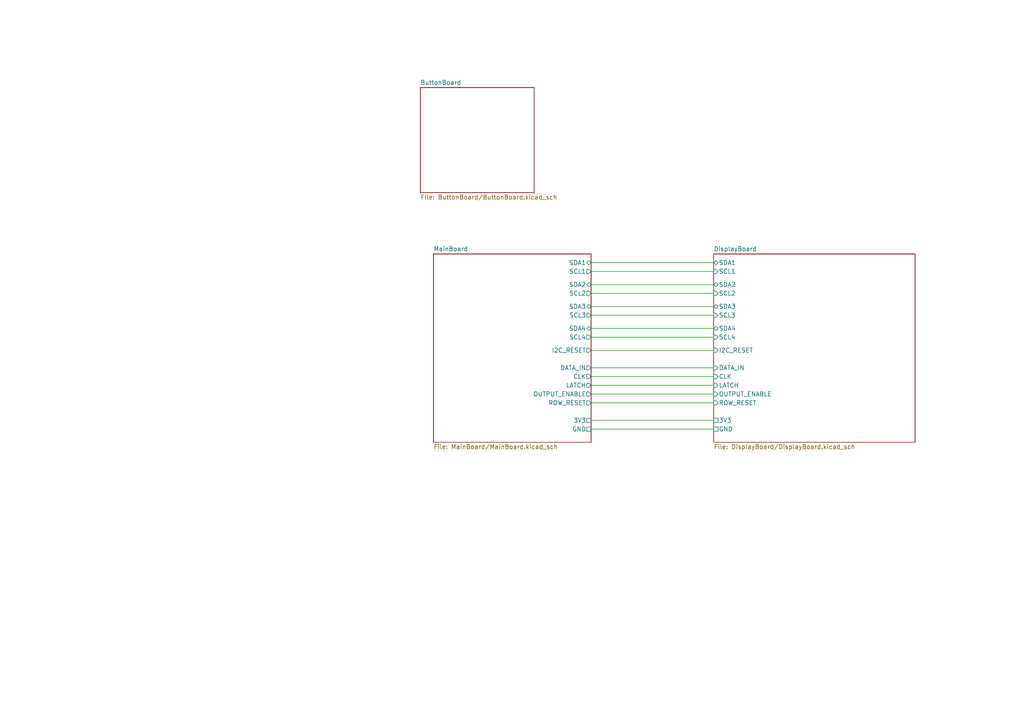
<source format=kicad_sch>
(kicad_sch (version 20211123) (generator eeschema)

  (uuid 7595fa3b-1a8a-46c6-a70c-b1f1812979bd)

  (paper "A4")

  (title_block
    (title "Wooden clock")
    (date "2018-10-21")
    (rev "0.1.0")
    (company "Paweł Warzecha")
  )

  (lib_symbols
  )


  (wire (pts (xy 171.45 101.6) (xy 207.01 101.6))
    (stroke (width 0) (type default) (color 0 0 0 0))
    (uuid 1eb16a51-1a64-403b-9852-465923e68f3e)
  )
  (wire (pts (xy 171.45 106.68) (xy 207.01 106.68))
    (stroke (width 0) (type default) (color 0 0 0 0))
    (uuid 28d2ceea-58a8-4ab8-979a-6631da11ac22)
  )
  (wire (pts (xy 171.45 76.2) (xy 207.01 76.2))
    (stroke (width 0) (type default) (color 0 0 0 0))
    (uuid 39c02b59-8703-48bc-9253-6da04b4cc6a2)
  )
  (wire (pts (xy 171.45 111.76) (xy 207.01 111.76))
    (stroke (width 0) (type default) (color 0 0 0 0))
    (uuid 3e68f120-bbc8-489f-b19b-acda434cbf4a)
  )
  (wire (pts (xy 207.01 78.74) (xy 171.45 78.74))
    (stroke (width 0) (type default) (color 0 0 0 0))
    (uuid 3f956cbc-0867-443d-ad08-da84c1627063)
  )
  (wire (pts (xy 171.45 88.9) (xy 207.01 88.9))
    (stroke (width 0) (type default) (color 0 0 0 0))
    (uuid 58ec7abf-3ddc-4100-aba0-1ada9414f1cc)
  )
  (wire (pts (xy 207.01 91.44) (xy 171.45 91.44))
    (stroke (width 0) (type default) (color 0 0 0 0))
    (uuid 80496756-a4eb-4142-afce-712daffc74e4)
  )
  (wire (pts (xy 207.01 97.79) (xy 171.45 97.79))
    (stroke (width 0) (type default) (color 0 0 0 0))
    (uuid a5c0f5c3-6925-4217-85ce-a767f919c4c9)
  )
  (wire (pts (xy 171.45 82.55) (xy 207.01 82.55))
    (stroke (width 0) (type default) (color 0 0 0 0))
    (uuid a928643e-5ab7-4d43-8576-c7ecc771df5e)
  )
  (wire (pts (xy 171.45 95.25) (xy 207.01 95.25))
    (stroke (width 0) (type default) (color 0 0 0 0))
    (uuid b7f2bb83-1f84-4d1b-b7eb-bfd959b9dabf)
  )
  (wire (pts (xy 171.45 109.22) (xy 207.01 109.22))
    (stroke (width 0) (type default) (color 0 0 0 0))
    (uuid c9ee262b-1f91-468c-bab7-1e3f8caa9952)
  )
  (wire (pts (xy 171.45 121.92) (xy 207.01 121.92))
    (stroke (width 0) (type default) (color 0 0 0 0))
    (uuid d6845ead-4b84-4f94-bffc-1be3629ef5df)
  )
  (wire (pts (xy 207.01 85.09) (xy 171.45 85.09))
    (stroke (width 0) (type default) (color 0 0 0 0))
    (uuid e7fd3f2a-3bfe-4286-8672-033bd912dfef)
  )
  (wire (pts (xy 171.45 114.3) (xy 207.01 114.3))
    (stroke (width 0) (type default) (color 0 0 0 0))
    (uuid e89b66ba-57fc-4d3c-bc7d-c71318fda29a)
  )
  (wire (pts (xy 171.45 116.84) (xy 207.01 116.84))
    (stroke (width 0) (type default) (color 0 0 0 0))
    (uuid f5232d1c-efbf-45fd-b6c4-7787bc8a2788)
  )
  (wire (pts (xy 171.45 124.46) (xy 207.01 124.46))
    (stroke (width 0) (type default) (color 0 0 0 0))
    (uuid fd058d91-3166-4782-8169-c3e2816dd419)
  )

  (sheet (at 207.01 73.66) (size 58.42 54.61) (fields_autoplaced)
    (stroke (width 0) (type solid) (color 0 0 0 0))
    (fill (color 0 0 0 0.0000))
    (uuid 00000000-0000-0000-0000-00005bcdfda6)
    (property "Sheet name" "DisplayBoard" (id 0) (at 207.01 72.9484 0)
      (effects (font (size 1.27 1.27)) (justify left bottom))
    )
    (property "Sheet file" "DisplayBoard/DisplayBoard.kicad_sch" (id 1) (at 207.01 128.8546 0)
      (effects (font (size 1.27 1.27)) (justify left top))
    )
    (pin "SDA1" bidirectional (at 207.01 76.2 180)
      (effects (font (size 1.27 1.27)) (justify left))
      (uuid 6358f729-b722-4afe-8c72-8d95a3f4117f)
    )
    (pin "SCL1" input (at 207.01 78.74 180)
      (effects (font (size 1.27 1.27)) (justify left))
      (uuid d0c2b2d7-71c9-4786-8cf2-2659b1026ac9)
    )
    (pin "SDA2" bidirectional (at 207.01 82.55 180)
      (effects (font (size 1.27 1.27)) (justify left))
      (uuid a268076a-c325-442f-a6b9-75e056fb0e10)
    )
    (pin "SDA3" bidirectional (at 207.01 88.9 180)
      (effects (font (size 1.27 1.27)) (justify left))
      (uuid 97d4bcb7-7f43-481e-8e70-90bce992935a)
    )
    (pin "SDA4" bidirectional (at 207.01 95.25 180)
      (effects (font (size 1.27 1.27)) (justify left))
      (uuid e8b6f5ad-06d6-4986-b742-757762e1c646)
    )
    (pin "OUTPUT_ENABLE" input (at 207.01 114.3 180)
      (effects (font (size 1.27 1.27)) (justify left))
      (uuid 74d31dc9-01fa-4732-9315-301ac40e2f30)
    )
    (pin "LATCH" input (at 207.01 111.76 180)
      (effects (font (size 1.27 1.27)) (justify left))
      (uuid 0b6fea20-854c-42f7-a15e-af8c8106464b)
    )
    (pin "CLK" input (at 207.01 109.22 180)
      (effects (font (size 1.27 1.27)) (justify left))
      (uuid 9b020461-dc9d-45e0-a827-379e0c2255b4)
    )
    (pin "DATA_IN" input (at 207.01 106.68 180)
      (effects (font (size 1.27 1.27)) (justify left))
      (uuid 94e0b227-528e-413f-be8a-fc4818507454)
    )
    (pin "ROW_RESET" input (at 207.01 116.84 180)
      (effects (font (size 1.27 1.27)) (justify left))
      (uuid c6974477-1c2f-4b62-8cab-78444709c72e)
    )
    (pin "I2C_RESET" input (at 207.01 101.6 180)
      (effects (font (size 1.27 1.27)) (justify left))
      (uuid 78fe6896-30d5-4768-a714-8bf129b92c5e)
    )
    (pin "3V3" passive (at 207.01 121.92 180)
      (effects (font (size 1.27 1.27)) (justify left))
      (uuid 22e84f63-72fd-4748-9786-054e6691daca)
    )
    (pin "GND" passive (at 207.01 124.46 180)
      (effects (font (size 1.27 1.27)) (justify left))
      (uuid 1294703a-c3f1-45d4-8ca2-41365d6a4f75)
    )
    (pin "SCL2" input (at 207.01 85.09 180)
      (effects (font (size 1.27 1.27)) (justify left))
      (uuid 62085798-5737-4352-b6fa-b88a5cca2f7b)
    )
    (pin "SCL3" input (at 207.01 91.44 180)
      (effects (font (size 1.27 1.27)) (justify left))
      (uuid 3e539ee0-636d-4d3c-ad60-f897ea67b8b5)
    )
    (pin "SCL4" input (at 207.01 97.79 180)
      (effects (font (size 1.27 1.27)) (justify left))
      (uuid 7d7d2754-6b82-4989-bdc9-939186192e17)
    )
  )

  (sheet (at 125.73 73.66) (size 45.72 54.61) (fields_autoplaced)
    (stroke (width 0) (type solid) (color 0 0 0 0))
    (fill (color 0 0 0 0.0000))
    (uuid 00000000-0000-0000-0000-00005ccd8ec9)
    (property "Sheet name" "MainBoard" (id 0) (at 125.73 72.9484 0)
      (effects (font (size 1.27 1.27)) (justify left bottom))
    )
    (property "Sheet file" "MainBoard/MainBoard.kicad_sch" (id 1) (at 125.73 128.8546 0)
      (effects (font (size 1.27 1.27)) (justify left top))
    )
    (pin "SDA1" bidirectional (at 171.45 76.2 0)
      (effects (font (size 1.27 1.27)) (justify right))
      (uuid 64a42f8c-bb43-400f-81dc-ee596d4eab2f)
    )
    (pin "SCL1" output (at 171.45 78.74 0)
      (effects (font (size 1.27 1.27)) (justify right))
      (uuid cfaa020b-a10b-420d-9d4f-97fc486985b3)
    )
    (pin "SDA2" bidirectional (at 171.45 82.55 0)
      (effects (font (size 1.27 1.27)) (justify right))
      (uuid c47eb145-f70b-4b4e-ab12-b77d6873b90e)
    )
    (pin "SCL2" output (at 171.45 85.09 0)
      (effects (font (size 1.27 1.27)) (justify right))
      (uuid f0c96fe1-1f75-482f-be63-05ff22dc8029)
    )
    (pin "SDA3" bidirectional (at 171.45 88.9 0)
      (effects (font (size 1.27 1.27)) (justify right))
      (uuid b4c73d56-2319-41e6-a371-e5d508bfe34c)
    )
    (pin "SCL3" output (at 171.45 91.44 0)
      (effects (font (size 1.27 1.27)) (justify right))
      (uuid 5c2f02e8-4237-4286-b6df-f48327637384)
    )
    (pin "SDA4" bidirectional (at 171.45 95.25 0)
      (effects (font (size 1.27 1.27)) (justify right))
      (uuid f295dd0a-f4ae-452e-a2e4-1e74cd9703c6)
    )
    (pin "SCL4" output (at 171.45 97.79 0)
      (effects (font (size 1.27 1.27)) (justify right))
      (uuid db838054-62c9-4766-aab3-37aaca4a73e9)
    )
    (pin "I2C_RESET" output (at 171.45 101.6 0)
      (effects (font (size 1.27 1.27)) (justify right))
      (uuid c9a8ce04-4b1b-4195-8e80-0d33553ed775)
    )
    (pin "DATA_IN" output (at 171.45 106.68 0)
      (effects (font (size 1.27 1.27)) (justify right))
      (uuid 5f424679-f627-459c-bd1c-f5cb1359a8ff)
    )
    (pin "CLK" output (at 171.45 109.22 0)
      (effects (font (size 1.27 1.27)) (justify right))
      (uuid c3ff11c6-ad82-4a14-b0da-3d307e64e7ea)
    )
    (pin "LATCH" output (at 171.45 111.76 0)
      (effects (font (size 1.27 1.27)) (justify right))
      (uuid 49659b2b-26b6-4329-b2fb-94ffa4a13ef2)
    )
    (pin "OUTPUT_ENABLE" output (at 171.45 114.3 0)
      (effects (font (size 1.27 1.27)) (justify right))
      (uuid 01c99fd0-b61e-4da1-a571-089e0f523064)
    )
    (pin "ROW_RESET" output (at 171.45 116.84 0)
      (effects (font (size 1.27 1.27)) (justify right))
      (uuid 5811c23f-811b-44b4-a2f6-4f3d8057ead2)
    )
    (pin "3V3" passive (at 171.45 121.92 0)
      (effects (font (size 1.27 1.27)) (justify right))
      (uuid 7b45d71a-8b17-4ace-82e3-d4a24027a490)
    )
    (pin "GND" passive (at 171.45 124.46 0)
      (effects (font (size 1.27 1.27)) (justify right))
      (uuid 6c6776f1-a276-474a-8a08-e2b70d738e68)
    )
  )

  (sheet (at 121.92 25.4) (size 33.02 30.48) (fields_autoplaced)
    (stroke (width 0) (type solid) (color 0 0 0 0))
    (fill (color 0 0 0 0.0000))
    (uuid 00000000-0000-0000-0000-00005ea45859)
    (property "Sheet name" "ButtonBoard" (id 0) (at 121.92 24.6884 0)
      (effects (font (size 1.27 1.27)) (justify left bottom))
    )
    (property "Sheet file" "ButtonBoard/ButtonBoard.kicad_sch" (id 1) (at 121.92 56.4646 0)
      (effects (font (size 1.27 1.27)) (justify left top))
    )
  )

  (sheet_instances
    (path "/" (page "1"))
    (path "/00000000-0000-0000-0000-00005ea45859" (page "2"))
    (path "/00000000-0000-0000-0000-00005ccd8ec9" (page "3"))
    (path "/00000000-0000-0000-0000-00005bcdfda6" (page "4"))
    (path "/00000000-0000-0000-0000-00005bcdfda6/00000000-0000-0000-0000-00005b5ce941" (page "5"))
    (path "/00000000-0000-0000-0000-00005bcdfda6/00000000-0000-0000-0000-00005b5c4a51" (page "6"))
    (path "/00000000-0000-0000-0000-00005bcdfda6/00000000-0000-0000-0000-00005b5ce81e" (page "7"))
    (path "/00000000-0000-0000-0000-00005bcdfda6/00000000-0000-0000-0000-00005b593cb9" (page "8"))
    (path "/00000000-0000-0000-0000-00005bcdfda6/00000000-0000-0000-0000-00005b5cdf8e" (page "9"))
  )

  (symbol_instances
    (path "/00000000-0000-0000-0000-00005bcdfda6/00000000-0000-0000-0000-00005b5c1112"
      (reference "#PWR01") (unit 1) (value "GND") (footprint "")
    )
    (path "/00000000-0000-0000-0000-00005bcdfda6/00000000-0000-0000-0000-00005b5c0c7b"
      (reference "#PWR02") (unit 1) (value "GND") (footprint "")
    )
    (path "/00000000-0000-0000-0000-00005bcdfda6/00000000-0000-0000-0000-00005b5c0302"
      (reference "#PWR03") (unit 1) (value "GND") (footprint "")
    )
    (path "/00000000-0000-0000-0000-00005bcdfda6/00000000-0000-0000-0000-00005b5c0254"
      (reference "#PWR04") (unit 1) (value "GND") (footprint "")
    )
    (path "/00000000-0000-0000-0000-00005bcdfda6/00000000-0000-0000-0000-00005b67b1f6"
      (reference "#PWR05") (unit 1) (value "+3.3V") (footprint "")
    )
    (path "/00000000-0000-0000-0000-00005bcdfda6/00000000-0000-0000-0000-00005b680e11"
      (reference "#PWR06") (unit 1) (value "+3.3V") (footprint "")
    )
    (path "/00000000-0000-0000-0000-00005bcdfda6/00000000-0000-0000-0000-00005b68502e"
      (reference "#PWR07") (unit 1) (value "+3.3V") (footprint "")
    )
    (path "/00000000-0000-0000-0000-00005bcdfda6/00000000-0000-0000-0000-00005b687c71"
      (reference "#PWR08") (unit 1) (value "+3.3V") (footprint "")
    )
    (path "/00000000-0000-0000-0000-00005bcdfda6/00000000-0000-0000-0000-00005b68a980"
      (reference "#PWR09") (unit 1) (value "+3.3V") (footprint "")
    )
    (path "/00000000-0000-0000-0000-00005bcdfda6/00000000-0000-0000-0000-00005b67011b"
      (reference "#PWR010") (unit 1) (value "GND") (footprint "")
    )
    (path "/00000000-0000-0000-0000-00005ea45859/00000000-0000-0000-0000-00005ea45af4"
      (reference "#PWR011") (unit 1) (value "+3V3") (footprint "")
    )
    (path "/00000000-0000-0000-0000-00005ea45859/00000000-0000-0000-0000-00005ea7f9e6"
      (reference "#PWR012") (unit 1) (value "+3V3") (footprint "")
    )
    (path "/00000000-0000-0000-0000-00005ea45859/00000000-0000-0000-0000-00005ea7f881"
      (reference "#PWR013") (unit 1) (value "GND") (footprint "")
    )
    (path "/00000000-0000-0000-0000-00005ea45859/00000000-0000-0000-0000-00005ea45aaa"
      (reference "#PWR014") (unit 1) (value "GND") (footprint "")
    )
    (path "/00000000-0000-0000-0000-00005ea45859/00000000-0000-0000-0000-00005ea45e7f"
      (reference "#PWR015") (unit 1) (value "+3V3") (footprint "")
    )
    (path "/00000000-0000-0000-0000-00005ea45859/00000000-0000-0000-0000-00005ea45f0b"
      (reference "#PWR016") (unit 1) (value "+3V3") (footprint "")
    )
    (path "/00000000-0000-0000-0000-00005ea45859/00000000-0000-0000-0000-00005ea45fbb"
      (reference "#PWR017") (unit 1) (value "GND") (footprint "")
    )
    (path "/00000000-0000-0000-0000-00005ea45859/00000000-0000-0000-0000-00005ea4608f"
      (reference "#PWR018") (unit 1) (value "GND") (footprint "")
    )
    (path "/00000000-0000-0000-0000-00005bcdfda6/00000000-0000-0000-0000-00005b5ce81e/00000000-0000-0000-0000-00005b58396e"
      (reference "#PWR0158") (unit 1) (value "GND") (footprint "")
    )
    (path "/00000000-0000-0000-0000-00005bcdfda6/00000000-0000-0000-0000-00005b5cdf8e/00000000-0000-0000-0000-00005b58396e"
      (reference "#PWR0158") (unit 1) (value "GND") (footprint "")
    )
    (path "/00000000-0000-0000-0000-00005bcdfda6/00000000-0000-0000-0000-00005b5ce941/00000000-0000-0000-0000-00005b58396e"
      (reference "#PWR0158") (unit 1) (value "GND") (footprint "")
    )
    (path "/00000000-0000-0000-0000-00005bcdfda6/00000000-0000-0000-0000-00005b593cb9/00000000-0000-0000-0000-00005b58396e"
      (reference "#PWR0158") (unit 1) (value "GND") (footprint "")
    )
    (path "/00000000-0000-0000-0000-00005bcdfda6/00000000-0000-0000-0000-00005b5ce941/00000000-0000-0000-0000-00005b583c6b"
      (reference "#PWR0159") (unit 1) (value "+3.3V") (footprint "")
    )
    (path "/00000000-0000-0000-0000-00005bcdfda6/00000000-0000-0000-0000-00005b5ce81e/00000000-0000-0000-0000-00005b583c6b"
      (reference "#PWR0159") (unit 1) (value "+3.3V") (footprint "")
    )
    (path "/00000000-0000-0000-0000-00005bcdfda6/00000000-0000-0000-0000-00005b593cb9/00000000-0000-0000-0000-00005b583c6b"
      (reference "#PWR0159") (unit 1) (value "+3.3V") (footprint "")
    )
    (path "/00000000-0000-0000-0000-00005bcdfda6/00000000-0000-0000-0000-00005b5cdf8e/00000000-0000-0000-0000-00005b583c6b"
      (reference "#PWR0159") (unit 1) (value "+3.3V") (footprint "")
    )
    (path "/00000000-0000-0000-0000-00005bcdfda6/00000000-0000-0000-0000-00005b5cdf8e/00000000-0000-0000-0000-00005b583efe"
      (reference "#PWR0160") (unit 1) (value "+3.3V") (footprint "")
    )
    (path "/00000000-0000-0000-0000-00005bcdfda6/00000000-0000-0000-0000-00005b5ce81e/00000000-0000-0000-0000-00005b583efe"
      (reference "#PWR0160") (unit 1) (value "+3.3V") (footprint "")
    )
    (path "/00000000-0000-0000-0000-00005bcdfda6/00000000-0000-0000-0000-00005b593cb9/00000000-0000-0000-0000-00005b583efe"
      (reference "#PWR0160") (unit 1) (value "+3.3V") (footprint "")
    )
    (path "/00000000-0000-0000-0000-00005bcdfda6/00000000-0000-0000-0000-00005b5ce941/00000000-0000-0000-0000-00005b583efe"
      (reference "#PWR0160") (unit 1) (value "+3.3V") (footprint "")
    )
    (path "/00000000-0000-0000-0000-00005bcdfda6/00000000-0000-0000-0000-00005b5ce941/00000000-0000-0000-0000-00005b583f2b"
      (reference "#PWR0161") (unit 1) (value "+3.3V") (footprint "")
    )
    (path "/00000000-0000-0000-0000-00005bcdfda6/00000000-0000-0000-0000-00005b5cdf8e/00000000-0000-0000-0000-00005b583f2b"
      (reference "#PWR0161") (unit 1) (value "+3.3V") (footprint "")
    )
    (path "/00000000-0000-0000-0000-00005bcdfda6/00000000-0000-0000-0000-00005b593cb9/00000000-0000-0000-0000-00005b583f2b"
      (reference "#PWR0161") (unit 1) (value "+3.3V") (footprint "")
    )
    (path "/00000000-0000-0000-0000-00005bcdfda6/00000000-0000-0000-0000-00005b5ce81e/00000000-0000-0000-0000-00005b583f2b"
      (reference "#PWR0161") (unit 1) (value "+3.3V") (footprint "")
    )
    (path "/00000000-0000-0000-0000-00005bcdfda6/00000000-0000-0000-0000-00005b5cdf8e/00000000-0000-0000-0000-00005b583f51"
      (reference "#PWR0162") (unit 1) (value "+3.3V") (footprint "")
    )
    (path "/00000000-0000-0000-0000-00005bcdfda6/00000000-0000-0000-0000-00005b5ce941/00000000-0000-0000-0000-00005b583f51"
      (reference "#PWR0162") (unit 1) (value "+3.3V") (footprint "")
    )
    (path "/00000000-0000-0000-0000-00005bcdfda6/00000000-0000-0000-0000-00005b5ce81e/00000000-0000-0000-0000-00005b583f51"
      (reference "#PWR0162") (unit 1) (value "+3.3V") (footprint "")
    )
    (path "/00000000-0000-0000-0000-00005bcdfda6/00000000-0000-0000-0000-00005b593cb9/00000000-0000-0000-0000-00005b583f51"
      (reference "#PWR0162") (unit 1) (value "+3.3V") (footprint "")
    )
    (path "/00000000-0000-0000-0000-00005bcdfda6/00000000-0000-0000-0000-00005b5cdf8e/00000000-0000-0000-0000-00005b583f77"
      (reference "#PWR0163") (unit 1) (value "+3.3V") (footprint "")
    )
    (path "/00000000-0000-0000-0000-00005bcdfda6/00000000-0000-0000-0000-00005b593cb9/00000000-0000-0000-0000-00005b583f77"
      (reference "#PWR0163") (unit 1) (value "+3.3V") (footprint "")
    )
    (path "/00000000-0000-0000-0000-00005bcdfda6/00000000-0000-0000-0000-00005b5ce941/00000000-0000-0000-0000-00005b583f77"
      (reference "#PWR0163") (unit 1) (value "+3.3V") (footprint "")
    )
    (path "/00000000-0000-0000-0000-00005bcdfda6/00000000-0000-0000-0000-00005b5ce81e/00000000-0000-0000-0000-00005b583f77"
      (reference "#PWR0163") (unit 1) (value "+3.3V") (footprint "")
    )
    (path "/00000000-0000-0000-0000-00005bcdfda6/00000000-0000-0000-0000-00005b5cdf8e/00000000-0000-0000-0000-00005b584024"
      (reference "#PWR0164") (unit 1) (value "+3.3V") (footprint "")
    )
    (path "/00000000-0000-0000-0000-00005bcdfda6/00000000-0000-0000-0000-00005b5ce81e/00000000-0000-0000-0000-00005b584024"
      (reference "#PWR0164") (unit 1) (value "+3.3V") (footprint "")
    )
    (path "/00000000-0000-0000-0000-00005bcdfda6/00000000-0000-0000-0000-00005b593cb9/00000000-0000-0000-0000-00005b584024"
      (reference "#PWR0164") (unit 1) (value "+3.3V") (footprint "")
    )
    (path "/00000000-0000-0000-0000-00005bcdfda6/00000000-0000-0000-0000-00005b5ce941/00000000-0000-0000-0000-00005b584024"
      (reference "#PWR0164") (unit 1) (value "+3.3V") (footprint "")
    )
    (path "/00000000-0000-0000-0000-00005bcdfda6/00000000-0000-0000-0000-00005b5ce81e/00000000-0000-0000-0000-00005b58414f"
      (reference "#PWR0165") (unit 1) (value "+3.3V") (footprint "")
    )
    (path "/00000000-0000-0000-0000-00005bcdfda6/00000000-0000-0000-0000-00005b5cdf8e/00000000-0000-0000-0000-00005b58414f"
      (reference "#PWR0165") (unit 1) (value "+3.3V") (footprint "")
    )
    (path "/00000000-0000-0000-0000-00005bcdfda6/00000000-0000-0000-0000-00005b5ce941/00000000-0000-0000-0000-00005b58414f"
      (reference "#PWR0165") (unit 1) (value "+3.3V") (footprint "")
    )
    (path "/00000000-0000-0000-0000-00005bcdfda6/00000000-0000-0000-0000-00005b593cb9/00000000-0000-0000-0000-00005b58414f"
      (reference "#PWR0165") (unit 1) (value "+3.3V") (footprint "")
    )
    (path "/00000000-0000-0000-0000-00005bcdfda6/00000000-0000-0000-0000-00005b5cdf8e/00000000-0000-0000-0000-00005b584175"
      (reference "#PWR0166") (unit 1) (value "+3.3V") (footprint "")
    )
    (path "/00000000-0000-0000-0000-00005bcdfda6/00000000-0000-0000-0000-00005b5ce81e/00000000-0000-0000-0000-00005b584175"
      (reference "#PWR0166") (unit 1) (value "+3.3V") (footprint "")
    )
    (path "/00000000-0000-0000-0000-00005bcdfda6/00000000-0000-0000-0000-00005b593cb9/00000000-0000-0000-0000-00005b584175"
      (reference "#PWR0166") (unit 1) (value "+3.3V") (footprint "")
    )
    (path "/00000000-0000-0000-0000-00005bcdfda6/00000000-0000-0000-0000-00005b5ce941/00000000-0000-0000-0000-00005b584175"
      (reference "#PWR0166") (unit 1) (value "+3.3V") (footprint "")
    )
    (path "/00000000-0000-0000-0000-00005bcdfda6/00000000-0000-0000-0000-00005b5cdf8e/00000000-0000-0000-0000-00005b58426b"
      (reference "#PWR0167") (unit 1) (value "+3.3V") (footprint "")
    )
    (path "/00000000-0000-0000-0000-00005bcdfda6/00000000-0000-0000-0000-00005b593cb9/00000000-0000-0000-0000-00005b58426b"
      (reference "#PWR0167") (unit 1) (value "+3.3V") (footprint "")
    )
    (path "/00000000-0000-0000-0000-00005bcdfda6/00000000-0000-0000-0000-00005b5ce941/00000000-0000-0000-0000-00005b58426b"
      (reference "#PWR0167") (unit 1) (value "+3.3V") (footprint "")
    )
    (path "/00000000-0000-0000-0000-00005bcdfda6/00000000-0000-0000-0000-00005b5ce81e/00000000-0000-0000-0000-00005b58426b"
      (reference "#PWR0167") (unit 1) (value "+3.3V") (footprint "")
    )
    (path "/00000000-0000-0000-0000-00005bcdfda6/00000000-0000-0000-0000-00005b5ce81e/00000000-0000-0000-0000-00005b5853e5"
      (reference "#PWR0168") (unit 1) (value "GND") (footprint "")
    )
    (path "/00000000-0000-0000-0000-00005bcdfda6/00000000-0000-0000-0000-00005b593cb9/00000000-0000-0000-0000-00005b5853e5"
      (reference "#PWR0168") (unit 1) (value "GND") (footprint "")
    )
    (path "/00000000-0000-0000-0000-00005bcdfda6/00000000-0000-0000-0000-00005b5ce941/00000000-0000-0000-0000-00005b5853e5"
      (reference "#PWR0168") (unit 1) (value "GND") (footprint "")
    )
    (path "/00000000-0000-0000-0000-00005bcdfda6/00000000-0000-0000-0000-00005b5cdf8e/00000000-0000-0000-0000-00005b5853e5"
      (reference "#PWR0168") (unit 1) (value "GND") (footprint "")
    )
    (path "/00000000-0000-0000-0000-00005bcdfda6/00000000-0000-0000-0000-00005b5cdf8e/00000000-0000-0000-0000-00005b5a217b"
      (reference "#PWR0169") (unit 1) (value "+3.3V") (footprint "")
    )
    (path "/00000000-0000-0000-0000-00005bcdfda6/00000000-0000-0000-0000-00005b5ce941/00000000-0000-0000-0000-00005b5a217b"
      (reference "#PWR0169") (unit 1) (value "+3.3V") (footprint "")
    )
    (path "/00000000-0000-0000-0000-00005bcdfda6/00000000-0000-0000-0000-00005b5ce81e/00000000-0000-0000-0000-00005b5a217b"
      (reference "#PWR0169") (unit 1) (value "+3.3V") (footprint "")
    )
    (path "/00000000-0000-0000-0000-00005bcdfda6/00000000-0000-0000-0000-00005b593cb9/00000000-0000-0000-0000-00005b5a217b"
      (reference "#PWR0169") (unit 1) (value "+3.3V") (footprint "")
    )
    (path "/00000000-0000-0000-0000-00005bcdfda6/00000000-0000-0000-0000-00005b5ce941/00000000-0000-0000-0000-00005b5a21bc"
      (reference "#PWR0170") (unit 1) (value "+3.3V") (footprint "")
    )
    (path "/00000000-0000-0000-0000-00005bcdfda6/00000000-0000-0000-0000-00005b5ce81e/00000000-0000-0000-0000-00005b5a21bc"
      (reference "#PWR0170") (unit 1) (value "+3.3V") (footprint "")
    )
    (path "/00000000-0000-0000-0000-00005bcdfda6/00000000-0000-0000-0000-00005b5cdf8e/00000000-0000-0000-0000-00005b5a21bc"
      (reference "#PWR0170") (unit 1) (value "+3.3V") (footprint "")
    )
    (path "/00000000-0000-0000-0000-00005bcdfda6/00000000-0000-0000-0000-00005b593cb9/00000000-0000-0000-0000-00005b5a21bc"
      (reference "#PWR0170") (unit 1) (value "+3.3V") (footprint "")
    )
    (path "/00000000-0000-0000-0000-00005bcdfda6/00000000-0000-0000-0000-00005b5cdf8e/00000000-0000-0000-0000-00005b5a21fd"
      (reference "#PWR0171") (unit 1) (value "+3.3V") (footprint "")
    )
    (path "/00000000-0000-0000-0000-00005bcdfda6/00000000-0000-0000-0000-00005b593cb9/00000000-0000-0000-0000-00005b5a21fd"
      (reference "#PWR0171") (unit 1) (value "+3.3V") (footprint "")
    )
    (path "/00000000-0000-0000-0000-00005bcdfda6/00000000-0000-0000-0000-00005b5ce81e/00000000-0000-0000-0000-00005b5a21fd"
      (reference "#PWR0171") (unit 1) (value "+3.3V") (footprint "")
    )
    (path "/00000000-0000-0000-0000-00005bcdfda6/00000000-0000-0000-0000-00005b5ce941/00000000-0000-0000-0000-00005b5a21fd"
      (reference "#PWR0171") (unit 1) (value "+3.3V") (footprint "")
    )
    (path "/00000000-0000-0000-0000-00005bcdfda6/00000000-0000-0000-0000-00005b5cdf8e/00000000-0000-0000-0000-00005b5a2370"
      (reference "#PWR0172") (unit 1) (value "+3.3V") (footprint "")
    )
    (path "/00000000-0000-0000-0000-00005bcdfda6/00000000-0000-0000-0000-00005b5ce81e/00000000-0000-0000-0000-00005b5a2370"
      (reference "#PWR0172") (unit 1) (value "+3.3V") (footprint "")
    )
    (path "/00000000-0000-0000-0000-00005bcdfda6/00000000-0000-0000-0000-00005b593cb9/00000000-0000-0000-0000-00005b5a2370"
      (reference "#PWR0172") (unit 1) (value "+3.3V") (footprint "")
    )
    (path "/00000000-0000-0000-0000-00005bcdfda6/00000000-0000-0000-0000-00005b5ce941/00000000-0000-0000-0000-00005b5a2370"
      (reference "#PWR0172") (unit 1) (value "+3.3V") (footprint "")
    )
    (path "/00000000-0000-0000-0000-00005bcdfda6/00000000-0000-0000-0000-00005b593cb9/00000000-0000-0000-0000-00005b5a25f1"
      (reference "#PWR0173") (unit 1) (value "+3.3V") (footprint "")
    )
    (path "/00000000-0000-0000-0000-00005bcdfda6/00000000-0000-0000-0000-00005b5ce941/00000000-0000-0000-0000-00005b5a25f1"
      (reference "#PWR0173") (unit 1) (value "+3.3V") (footprint "")
    )
    (path "/00000000-0000-0000-0000-00005bcdfda6/00000000-0000-0000-0000-00005b5cdf8e/00000000-0000-0000-0000-00005b5a25f1"
      (reference "#PWR0173") (unit 1) (value "+3.3V") (footprint "")
    )
    (path "/00000000-0000-0000-0000-00005bcdfda6/00000000-0000-0000-0000-00005b5ce81e/00000000-0000-0000-0000-00005b5a25f1"
      (reference "#PWR0173") (unit 1) (value "+3.3V") (footprint "")
    )
    (path "/00000000-0000-0000-0000-00005bcdfda6/00000000-0000-0000-0000-00005b5ce941/00000000-0000-0000-0000-00005b5a2632"
      (reference "#PWR0174") (unit 1) (value "+3.3V") (footprint "")
    )
    (path "/00000000-0000-0000-0000-00005bcdfda6/00000000-0000-0000-0000-00005b5cdf8e/00000000-0000-0000-0000-00005b5a2632"
      (reference "#PWR0174") (unit 1) (value "+3.3V") (footprint "")
    )
    (path "/00000000-0000-0000-0000-00005bcdfda6/00000000-0000-0000-0000-00005b5ce81e/00000000-0000-0000-0000-00005b5a2632"
      (reference "#PWR0174") (unit 1) (value "+3.3V") (footprint "")
    )
    (path "/00000000-0000-0000-0000-00005bcdfda6/00000000-0000-0000-0000-00005b593cb9/00000000-0000-0000-0000-00005b5a2632"
      (reference "#PWR0174") (unit 1) (value "+3.3V") (footprint "")
    )
    (path "/00000000-0000-0000-0000-00005bcdfda6/00000000-0000-0000-0000-00005b5ce81e/00000000-0000-0000-0000-00005b5a27ff"
      (reference "#PWR0175") (unit 1) (value "+3.3V") (footprint "")
    )
    (path "/00000000-0000-0000-0000-00005bcdfda6/00000000-0000-0000-0000-00005b593cb9/00000000-0000-0000-0000-00005b5a27ff"
      (reference "#PWR0175") (unit 1) (value "+3.3V") (footprint "")
    )
    (path "/00000000-0000-0000-0000-00005bcdfda6/00000000-0000-0000-0000-00005b5cdf8e/00000000-0000-0000-0000-00005b5a27ff"
      (reference "#PWR0175") (unit 1) (value "+3.3V") (footprint "")
    )
    (path "/00000000-0000-0000-0000-00005bcdfda6/00000000-0000-0000-0000-00005b5ce941/00000000-0000-0000-0000-00005b5a27ff"
      (reference "#PWR0175") (unit 1) (value "+3.3V") (footprint "")
    )
    (path "/00000000-0000-0000-0000-00005bcdfda6/00000000-0000-0000-0000-00005b5ce941/00000000-0000-0000-0000-00005b5a2840"
      (reference "#PWR0176") (unit 1) (value "+3.3V") (footprint "")
    )
    (path "/00000000-0000-0000-0000-00005bcdfda6/00000000-0000-0000-0000-00005b5ce81e/00000000-0000-0000-0000-00005b5a2840"
      (reference "#PWR0176") (unit 1) (value "+3.3V") (footprint "")
    )
    (path "/00000000-0000-0000-0000-00005bcdfda6/00000000-0000-0000-0000-00005b593cb9/00000000-0000-0000-0000-00005b5a2840"
      (reference "#PWR0176") (unit 1) (value "+3.3V") (footprint "")
    )
    (path "/00000000-0000-0000-0000-00005bcdfda6/00000000-0000-0000-0000-00005b5cdf8e/00000000-0000-0000-0000-00005b5a2840"
      (reference "#PWR0176") (unit 1) (value "+3.3V") (footprint "")
    )
    (path "/00000000-0000-0000-0000-00005ccd8ec9/00000000-0000-0000-0000-00005ccfdd22"
      (reference "#PWR0177") (unit 1) (value "+3.3V") (footprint "")
    )
    (path "/00000000-0000-0000-0000-00005ccd8ec9/00000000-0000-0000-0000-00005cd009e2"
      (reference "#PWR0178") (unit 1) (value "GND") (footprint "")
    )
    (path "/00000000-0000-0000-0000-00005ccd8ec9/00000000-0000-0000-0000-00005cd113eb"
      (reference "#PWR0179") (unit 1) (value "+3.3V") (footprint "")
    )
    (path "/00000000-0000-0000-0000-00005ccd8ec9/00000000-0000-0000-0000-00005e7fd99e"
      (reference "#PWR0180") (unit 1) (value "GND") (footprint "")
    )
    (path "/00000000-0000-0000-0000-00005ccd8ec9/00000000-0000-0000-0000-00005e807765"
      (reference "#PWR0181") (unit 1) (value "GND") (footprint "")
    )
    (path "/00000000-0000-0000-0000-00005ccd8ec9/00000000-0000-0000-0000-00005e80792b"
      (reference "#PWR0182") (unit 1) (value "GND") (footprint "")
    )
    (path "/00000000-0000-0000-0000-00005ccd8ec9/00000000-0000-0000-0000-00005e8079c6"
      (reference "#PWR0183") (unit 1) (value "+3.3V") (footprint "")
    )
    (path "/00000000-0000-0000-0000-00005ccd8ec9/00000000-0000-0000-0000-00005e830c04"
      (reference "#PWR0184") (unit 1) (value "GND") (footprint "")
    )
    (path "/00000000-0000-0000-0000-00005ccd8ec9/00000000-0000-0000-0000-00005e8ac145"
      (reference "#PWR0185") (unit 1) (value "+3.3V") (footprint "")
    )
    (path "/00000000-0000-0000-0000-00005ccd8ec9/00000000-0000-0000-0000-00005e8c2b4c"
      (reference "#PWR0186") (unit 1) (value "+3.3V") (footprint "")
    )
    (path "/00000000-0000-0000-0000-00005ccd8ec9/00000000-0000-0000-0000-00005eb7e8a0"
      (reference "#PWR0187") (unit 1) (value "GND") (footprint "")
    )
    (path "/00000000-0000-0000-0000-00005ccd8ec9/00000000-0000-0000-0000-00005eb9d353"
      (reference "#PWR0188") (unit 1) (value "+3.3V") (footprint "")
    )
    (path "/00000000-0000-0000-0000-00005ccd8ec9/00000000-0000-0000-0000-00005e8db61d"
      (reference "#PWR0189") (unit 1) (value "+3.3V") (footprint "")
    )
    (path "/00000000-0000-0000-0000-00005ccd8ec9/00000000-0000-0000-0000-00005e8e60a3"
      (reference "#PWR0190") (unit 1) (value "GND") (footprint "")
    )
    (path "/00000000-0000-0000-0000-00005ccd8ec9/00000000-0000-0000-0000-00005e958541"
      (reference "#PWR0191") (unit 1) (value "GND") (footprint "")
    )
    (path "/00000000-0000-0000-0000-00005ccd8ec9/00000000-0000-0000-0000-00005e8dd07f"
      (reference "#PWR0192") (unit 1) (value "GND") (footprint "")
    )
    (path "/00000000-0000-0000-0000-00005ccd8ec9/00000000-0000-0000-0000-00005e8f6a52"
      (reference "#PWR0193") (unit 1) (value "GND") (footprint "")
    )
    (path "/00000000-0000-0000-0000-00005ccd8ec9/00000000-0000-0000-0000-00005e903ad9"
      (reference "#PWR0194") (unit 1) (value "+3.3V") (footprint "")
    )
    (path "/00000000-0000-0000-0000-00005ccd8ec9/00000000-0000-0000-0000-00005e910d48"
      (reference "#PWR0195") (unit 1) (value "+3.3V") (footprint "")
    )
    (path "/00000000-0000-0000-0000-00005ccd8ec9/00000000-0000-0000-0000-00005e8d58df"
      (reference "#PWR0196") (unit 1) (value "GND") (footprint "")
    )
    (path "/00000000-0000-0000-0000-00005ccd8ec9/00000000-0000-0000-0000-00005e93a03d"
      (reference "#PWR0197") (unit 1) (value "GND") (footprint "")
    )
    (path "/00000000-0000-0000-0000-00005ccd8ec9/00000000-0000-0000-0000-00005e94c16b"
      (reference "#PWR0198") (unit 1) (value "GND") (footprint "")
    )
    (path "/00000000-0000-0000-0000-00005ccd8ec9/00000000-0000-0000-0000-00005e94c330"
      (reference "#PWR0199") (unit 1) (value "+3.3V") (footprint "")
    )
    (path "/00000000-0000-0000-0000-00005ccd8ec9/00000000-0000-0000-0000-00005e8c057d"
      (reference "#PWR0200") (unit 1) (value "GND") (footprint "")
    )
    (path "/00000000-0000-0000-0000-00005ccd8ec9/00000000-0000-0000-0000-00005e9e9189"
      (reference "#PWR0201") (unit 1) (value "+3.3V") (footprint "")
    )
    (path "/00000000-0000-0000-0000-00005ccd8ec9/00000000-0000-0000-0000-00005e9ff3f6"
      (reference "#PWR0202") (unit 1) (value "+3.3V") (footprint "")
    )
    (path "/00000000-0000-0000-0000-00005ccd8ec9/00000000-0000-0000-0000-00005ea15670"
      (reference "#PWR0203") (unit 1) (value "GND") (footprint "")
    )
    (path "/00000000-0000-0000-0000-00005ccd8ec9/00000000-0000-0000-0000-00005ea41f61"
      (reference "#PWR0204") (unit 1) (value "GND") (footprint "")
    )
    (path "/00000000-0000-0000-0000-00005ccd8ec9/00000000-0000-0000-0000-00005ea70418"
      (reference "#PWR0205") (unit 1) (value "+3.3V") (footprint "")
    )
    (path "/00000000-0000-0000-0000-00005ccd8ec9/00000000-0000-0000-0000-00005ea9ffdd"
      (reference "#PWR0206") (unit 1) (value "GND") (footprint "")
    )
    (path "/00000000-0000-0000-0000-00005ccd8ec9/00000000-0000-0000-0000-00005ead1b60"
      (reference "#PWR0207") (unit 1) (value "GND") (footprint "")
    )
    (path "/00000000-0000-0000-0000-00005ccd8ec9/00000000-0000-0000-0000-00005ead1ce5"
      (reference "#PWR0208") (unit 1) (value "+3.3V") (footprint "")
    )
    (path "/00000000-0000-0000-0000-00005ccd8ec9/00000000-0000-0000-0000-00005ebba45e"
      (reference "#PWR0209") (unit 1) (value "+3.3V") (footprint "")
    )
    (path "/00000000-0000-0000-0000-00005ccd8ec9/00000000-0000-0000-0000-00005ebd6263"
      (reference "#PWR0210") (unit 1) (value "GND") (footprint "")
    )
    (path "/00000000-0000-0000-0000-00005ccd8ec9/00000000-0000-0000-0000-00005eca0e55"
      (reference "#PWR0211") (unit 1) (value "GND") (footprint "")
    )
    (path "/00000000-0000-0000-0000-00005ccd8ec9/00000000-0000-0000-0000-00005ed1a25e"
      (reference "#PWR0212") (unit 1) (value "+3.3V") (footprint "")
    )
    (path "/00000000-0000-0000-0000-00005ccd8ec9/00000000-0000-0000-0000-00005ed59a6b"
      (reference "#PWR0213") (unit 1) (value "+3.3V") (footprint "")
    )
    (path "/00000000-0000-0000-0000-00005ccd8ec9/00000000-0000-0000-0000-00005ee1ab99"
      (reference "#PWR0214") (unit 1) (value "GND") (footprint "")
    )
    (path "/00000000-0000-0000-0000-00005ccd8ec9/00000000-0000-0000-0000-00005f0190ee"
      (reference "#PWR0215") (unit 1) (value "+3.3V") (footprint "")
    )
    (path "/00000000-0000-0000-0000-00005ccd8ec9/00000000-0000-0000-0000-00005f03db0e"
      (reference "#PWR0216") (unit 1) (value "GND") (footprint "")
    )
    (path "/00000000-0000-0000-0000-00005ccd8ec9/00000000-0000-0000-0000-00005f1bf4c4"
      (reference "#PWR0217") (unit 1) (value "GND") (footprint "")
    )
    (path "/00000000-0000-0000-0000-00005ccd8ec9/00000000-0000-0000-0000-00005f1bf91b"
      (reference "#PWR0218") (unit 1) (value "+3.3V") (footprint "")
    )
    (path "/00000000-0000-0000-0000-00005ccd8ec9/00000000-0000-0000-0000-00005f21044d"
      (reference "#PWR0219") (unit 1) (value "GND") (footprint "")
    )
    (path "/00000000-0000-0000-0000-00005ccd8ec9/00000000-0000-0000-0000-00005f260a23"
      (reference "#PWR0220") (unit 1) (value "+3.3V") (footprint "")
    )
    (path "/00000000-0000-0000-0000-00005ccd8ec9/00000000-0000-0000-0000-00005e9e1052"
      (reference "#PWR0221") (unit 1) (value "+3.3V") (footprint "")
    )
    (path "/00000000-0000-0000-0000-00005ccd8ec9/00000000-0000-0000-0000-00005ea0efc1"
      (reference "#PWR0222") (unit 1) (value "GND") (footprint "")
    )
    (path "/00000000-0000-0000-0000-00005ccd8ec9/00000000-0000-0000-0000-00005ea6bf30"
      (reference "#PWR0223") (unit 1) (value "GND") (footprint "")
    )
    (path "/00000000-0000-0000-0000-00005ccd8ec9/00000000-0000-0000-0000-00005ea9aee6"
      (reference "#PWR0224") (unit 1) (value "GND") (footprint "")
    )
    (path "/00000000-0000-0000-0000-00005ccd8ec9/00000000-0000-0000-0000-00005ed25753"
      (reference "#PWR0225") (unit 1) (value "GND") (footprint "")
    )
    (path "/00000000-0000-0000-0000-00005ccd8ec9/00000000-0000-0000-0000-00005ed5a88e"
      (reference "#PWR0226") (unit 1) (value "GND") (footprint "")
    )
    (path "/00000000-0000-0000-0000-00005ccd8ec9/00000000-0000-0000-0000-00005f05c8b3"
      (reference "#PWR0227") (unit 1) (value "GND") (footprint "")
    )
    (path "/00000000-0000-0000-0000-00005ccd8ec9/00000000-0000-0000-0000-00005f210e57"
      (reference "#PWR0228") (unit 1) (value "+3.3V") (footprint "")
    )
    (path "/00000000-0000-0000-0000-00005ccd8ec9/00000000-0000-0000-0000-00005f27f03f"
      (reference "#PWR0229") (unit 1) (value "GND") (footprint "")
    )
    (path "/00000000-0000-0000-0000-00005ccd8ec9/00000000-0000-0000-0000-00005f2edd40"
      (reference "#PWR0230") (unit 1) (value "+3.3V") (footprint "")
    )
    (path "/00000000-0000-0000-0000-00005ccd8ec9/00000000-0000-0000-0000-00005f3958bf"
      (reference "#PWR0231") (unit 1) (value "GND") (footprint "")
    )
    (path "/00000000-0000-0000-0000-00005ccd8ec9/00000000-0000-0000-0000-00005f43f3df"
      (reference "#PWR0232") (unit 1) (value "+3.3V") (footprint "")
    )
    (path "/00000000-0000-0000-0000-00005ccd8ec9/00000000-0000-0000-0000-00005f43f46e"
      (reference "#PWR0233") (unit 1) (value "GND") (footprint "")
    )
    (path "/00000000-0000-0000-0000-00005ccd8ec9/00000000-0000-0000-0000-00005f5262ed"
      (reference "#PWR0234") (unit 1) (value "+3.3V") (footprint "")
    )
    (path "/00000000-0000-0000-0000-00005ccd8ec9/00000000-0000-0000-0000-00005f52637c"
      (reference "#PWR0235") (unit 1) (value "GND") (footprint "")
    )
    (path "/00000000-0000-0000-0000-00005bcdfda6/00000000-0000-0000-0000-00005b5be908"
      (reference "C1") (unit 1) (value "100n") (footprint "Capacitors_SMD:C_0402_NoSilk")
    )
    (path "/00000000-0000-0000-0000-00005bcdfda6/00000000-0000-0000-0000-00005b5be605"
      (reference "C2") (unit 1) (value "100n") (footprint "Capacitors_SMD:C_0402_NoSilk")
    )
    (path "/00000000-0000-0000-0000-00005bcdfda6/00000000-0000-0000-0000-00005b5be28b"
      (reference "C3") (unit 1) (value "100n") (footprint "Capacitors_SMD:C_0402_NoSilk")
    )
    (path "/00000000-0000-0000-0000-00005bcdfda6/00000000-0000-0000-0000-00005b5bdfb4"
      (reference "C4") (unit 1) (value "100n") (footprint "Capacitors_SMD:C_0402_NoSilk")
    )
    (path "/00000000-0000-0000-0000-00005bcdfda6/00000000-0000-0000-0000-00005b5ce941/00000000-0000-0000-0000-00005b58511e"
      (reference "C8") (unit 1) (value "100n") (footprint "Capacitors_SMD:C_0402_NoSilk")
    )
    (path "/00000000-0000-0000-0000-00005bcdfda6/00000000-0000-0000-0000-00005b593cb9/00000000-0000-0000-0000-00005b58511e"
      (reference "C8") (unit 1) (value "100n") (footprint "Capacitors_SMD:C_0402_NoSilk")
    )
    (path "/00000000-0000-0000-0000-00005bcdfda6/00000000-0000-0000-0000-00005b5cdf8e/00000000-0000-0000-0000-00005b58511e"
      (reference "C8") (unit 1) (value "100n") (footprint "Capacitors_SMD:C_0402_NoSilk")
    )
    (path "/00000000-0000-0000-0000-00005bcdfda6/00000000-0000-0000-0000-00005b5ce81e/00000000-0000-0000-0000-00005b58511e"
      (reference "C8") (unit 1) (value "100n") (footprint "Capacitors_SMD:C_0402_NoSilk")
    )
    (path "/00000000-0000-0000-0000-00005ccd8ec9/00000000-0000-0000-0000-00005e94c4c8"
      (reference "C9") (unit 1) (value "100n") (footprint "kicad-libraries-master:C_0402_NoSilk")
    )
    (path "/00000000-0000-0000-0000-00005ccd8ec9/00000000-0000-0000-0000-00005e85c0e2"
      (reference "C10") (unit 1) (value "7.5p") (footprint "kicad-libraries-master:C_0402_NoSilk")
    )
    (path "/00000000-0000-0000-0000-00005ccd8ec9/00000000-0000-0000-0000-00005e85c344"
      (reference "C11") (unit 1) (value "7.5p") (footprint "kicad-libraries-master:C_0402_NoSilk")
    )
    (path "/00000000-0000-0000-0000-00005ccd8ec9/00000000-0000-0000-0000-00005e893cfb"
      (reference "C12") (unit 1) (value "1u") (footprint "kicad-libraries-master:C_0402_NoSilk")
    )
    (path "/00000000-0000-0000-0000-00005ccd8ec9/00000000-0000-0000-0000-00005e893dca"
      (reference "C13") (unit 1) (value "1u") (footprint "kicad-libraries-master:C_0402_NoSilk")
    )
    (path "/00000000-0000-0000-0000-00005ccd8ec9/00000000-0000-0000-0000-00005e82102b"
      (reference "C14") (unit 1) (value "10n") (footprint "kicad-libraries-master:C_0402_NoSilk")
    )
    (path "/00000000-0000-0000-0000-00005ccd8ec9/00000000-0000-0000-0000-00005e820f33"
      (reference "C15") (unit 1) (value "100n") (footprint "kicad-libraries-master:C_0402_NoSilk")
    )
    (path "/00000000-0000-0000-0000-00005ccd8ec9/00000000-0000-0000-0000-00005e8f6a07"
      (reference "C16") (unit 1) (value "4pF") (footprint "kicad-libraries-master:C_0402_NoSilk")
    )
    (path "/00000000-0000-0000-0000-00005ccd8ec9/00000000-0000-0000-0000-00005e8f6bd9"
      (reference "C17") (unit 1) (value "4pF") (footprint "kicad-libraries-master:C_0402_NoSilk")
    )
    (path "/00000000-0000-0000-0000-00005ccd8ec9/00000000-0000-0000-0000-00005e8c0391"
      (reference "C18") (unit 1) (value "100n") (footprint "kicad-libraries-master:C_0402_NoSilk")
    )
    (path "/00000000-0000-0000-0000-00005ccd8ec9/00000000-0000-0000-0000-00005ea8819a"
      (reference "C19") (unit 1) (value "100n") (footprint "kicad-libraries-master:C_0402_NoSilk")
    )
    (path "/00000000-0000-0000-0000-00005ccd8ec9/00000000-0000-0000-0000-00005f21024f"
      (reference "C20") (unit 1) (value "100n") (footprint "kicad-libraries-master:C_0402_NoSilk")
    )
    (path "/00000000-0000-0000-0000-00005ccd8ec9/00000000-0000-0000-0000-00005f16f538"
      (reference "C21") (unit 1) (value "1u") (footprint "kicad-libraries-master:C_0402_NoSilk")
    )
    (path "/00000000-0000-0000-0000-00005ccd8ec9/00000000-0000-0000-0000-00005ec81f5c"
      (reference "C22") (unit 1) (value "100n") (footprint "kicad-libraries-master:C_0402_NoSilk")
    )
    (path "/00000000-0000-0000-0000-00005ccd8ec9/00000000-0000-0000-0000-00005ec81ff2"
      (reference "C23") (unit 1) (value "100n") (footprint "kicad-libraries-master:C_0402_NoSilk")
    )
    (path "/00000000-0000-0000-0000-00005ccd8ec9/00000000-0000-0000-0000-00005ec8206e"
      (reference "C24") (unit 1) (value "100n") (footprint "kicad-libraries-master:C_0402_NoSilk")
    )
    (path "/00000000-0000-0000-0000-00005ccd8ec9/00000000-0000-0000-0000-00005ec820d8"
      (reference "C25") (unit 1) (value "100n") (footprint "kicad-libraries-master:C_0402_NoSilk")
    )
    (path "/00000000-0000-0000-0000-00005ccd8ec9/00000000-0000-0000-0000-00005ec82146"
      (reference "C26") (unit 1) (value "100n") (footprint "kicad-libraries-master:C_0402_NoSilk")
    )
    (path "/00000000-0000-0000-0000-00005ccd8ec9/00000000-0000-0000-0000-00005ec821b6"
      (reference "C27") (unit 1) (value "100n") (footprint "kicad-libraries-master:C_0402_NoSilk")
    )
    (path "/00000000-0000-0000-0000-00005ccd8ec9/00000000-0000-0000-0000-00005ec82242"
      (reference "C28") (unit 1) (value "100n") (footprint "kicad-libraries-master:C_0402_NoSilk")
    )
    (path "/00000000-0000-0000-0000-00005ccd8ec9/00000000-0000-0000-0000-00005ed1a6cb"
      (reference "C29") (unit 1) (value "10u") (footprint "kicad-libraries-master:C_0402_NoSilk")
    )
    (path "/00000000-0000-0000-0000-00005ccd8ec9/00000000-0000-0000-0000-00005ed1a9d7"
      (reference "C30") (unit 1) (value "100n") (footprint "kicad-libraries-master:C_0402_NoSilk")
    )
    (path "/00000000-0000-0000-0000-00005ccd8ec9/00000000-0000-0000-0000-00005ed1ade1"
      (reference "C31") (unit 1) (value "100n") (footprint "kicad-libraries-master:C_0402_NoSilk")
    )
    (path "/00000000-0000-0000-0000-00005ccd8ec9/00000000-0000-0000-0000-00005eca03eb"
      (reference "C32") (unit 1) (value "100n") (footprint "kicad-libraries-master:C_0402_NoSilk")
    )
    (path "/00000000-0000-0000-0000-00005ccd8ec9/00000000-0000-0000-0000-00005eca0dbf"
      (reference "C33") (unit 1) (value "100n") (footprint "kicad-libraries-master:C_0402_NoSilk")
    )
    (path "/00000000-0000-0000-0000-00005ccd8ec9/00000000-0000-0000-0000-00005f1608de"
      (reference "C34") (unit 1) (value "100n") (footprint "kicad-libraries-master:C_0402_NoSilk")
    )
    (path "/00000000-0000-0000-0000-00005ccd8ec9/00000000-0000-0000-0000-00005f1608e5"
      (reference "C35") (unit 1) (value "100n") (footprint "kicad-libraries-master:C_0402_NoSilk")
    )
    (path "/00000000-0000-0000-0000-00005ccd8ec9/00000000-0000-0000-0000-00005ecbbf95"
      (reference "C36") (unit 1) (value "10u") (footprint "Capacitor_SMD:C_0805_2012Metric_Pad1.15x1.40mm_HandSolder")
    )
    (path "/00000000-0000-0000-0000-00005ccd8ec9/00000000-0000-0000-0000-00005e9b3704"
      (reference "C37") (unit 1) (value "22u") (footprint "Capacitor_SMD:C_1206_3216Metric_Pad1.42x1.75mm_HandSolder")
    )
    (path "/00000000-0000-0000-0000-00005ccd8ec9/00000000-0000-0000-0000-00005eb8c868"
      (reference "C38") (unit 1) (value "1u") (footprint "kicad-libraries-master:C_0402_NoSilk")
    )
    (path "/00000000-0000-0000-0000-00005ea45859/00000000-0000-0000-0000-00005ea80c7a"
      (reference "C39") (unit 1) (value "1u") (footprint "Capacitor_SMD:C_0402_1005Metric")
    )
    (path "/00000000-0000-0000-0000-00005ea45859/00000000-0000-0000-0000-00005ea801ab"
      (reference "C40") (unit 1) (value "33p") (footprint "Capacitor_SMD:C_0402_1005Metric")
    )
    (path "/00000000-0000-0000-0000-00005bcdfda6/00000000-0000-0000-0000-00005b5c4a51/00000000-0000-0000-0000-00005b5c55bd"
      (reference "DS1") (unit 1) (value "LM-1616015-CC") (footprint "mod:LM1616X15")
    )
    (path "/00000000-0000-0000-0000-00005bcdfda6/00000000-0000-0000-0000-00005b5c4a51/00000000-0000-0000-0000-00005b5c55c4"
      (reference "DS2") (unit 1) (value "LM-1616015-CC") (footprint "mod:LM1616X15")
    )
    (path "/00000000-0000-0000-0000-00005bcdfda6/00000000-0000-0000-0000-00005b5c4a51/00000000-0000-0000-0000-00005b5c55cb"
      (reference "DS3") (unit 1) (value "LM-1616015-CC") (footprint "mod:LM1616X15")
    )
    (path "/00000000-0000-0000-0000-00005bcdfda6/00000000-0000-0000-0000-00005b5c4a51/00000000-0000-0000-0000-00005b5c55d2"
      (reference "DS4") (unit 1) (value "LM-1616015-CC") (footprint "mod:LM1616X15")
    )
    (path "/00000000-0000-0000-0000-00005ccd8ec9/00000000-0000-0000-0000-00005e93a422"
      (reference "JP1") (unit 1) (value "BOOT") (footprint "Jumper:SolderJumper-3_P1.3mm_Open_RoundedPad1.0x1.5mm")
    )
    (path "/00000000-0000-0000-0000-00005ea45859/00000000-0000-0000-0000-00005ea45c28"
      (reference "JP2") (unit 1) (value "AHLB") (footprint "Jumper:SolderJumper-3_P1.3mm_Open_RoundedPad1.0x1.5mm")
    )
    (path "/00000000-0000-0000-0000-00005ea45859/00000000-0000-0000-0000-00005ea45cc4"
      (reference "JP3") (unit 1) (value "TOG") (footprint "Jumper:SolderJumper-3_P1.3mm_Open_RoundedPad1.0x1.5mm")
    )
    (path "/00000000-0000-0000-0000-00005ccd8ec9/00000000-0000-0000-0000-00005e8d7d37"
      (reference "L1") (unit 1) (value "6u8") (footprint "Inductor_SMD:L_Coilcraft_XxL4040")
    )
    (path "/00000000-0000-0000-0000-00005ccd8ec9/00000000-0000-0000-0000-00005e8700f8"
      (reference "LS1") (unit 1) (value "BDT3016H12") (footprint "BDT3016H12:BDT3016H12")
    )
    (path "/00000000-0000-0000-0000-00005bcdfda6/00000000-0000-0000-0000-00005b7c94aa"
      (reference "P1") (unit 1) (value "CONN_02X08") (footprint "kicad-libraries-master:Pin_Header_Straight_2x08_Pitch2.54mm_SMD")
    )
    (path "/00000000-0000-0000-0000-00005ccd8ec9/00000000-0000-0000-0000-00005ccf9078"
      (reference "P2") (unit 1) (value "CONN_02X08") (footprint "kicad-libraries-master:Pin_Header_Straight_2x08_Pitch2.54mm_SMD")
    )
    (path "/00000000-0000-0000-0000-00005ccd8ec9/00000000-0000-0000-0000-00005e82aeb7"
      (reference "P3") (unit 1) (value "SWD/JTAG") (footprint "Biblioteki KiCad:SAMTEC-TSM-105-01-X-DH")
    )
    (path "/00000000-0000-0000-0000-00005ccd8ec9/00000000-0000-0000-0000-00005e98ff06"
      (reference "P4") (unit 1) (value "BUTTON1") (footprint "Connector_Molex:Molex_CLIK-Mate_502386-0370_1x03-1MP_P1.25mm_Horizontal")
    )
    (path "/00000000-0000-0000-0000-00005ccd8ec9/00000000-0000-0000-0000-00005e990207"
      (reference "P5") (unit 1) (value "BUTTON2") (footprint "Connector_Molex:Molex_CLIK-Mate_502386-0370_1x03-1MP_P1.25mm_Horizontal")
    )
    (path "/00000000-0000-0000-0000-00005ccd8ec9/00000000-0000-0000-0000-00005e990245"
      (reference "P6") (unit 1) (value "BUTTON3") (footprint "Connector_Molex:Molex_CLIK-Mate_502386-0370_1x03-1MP_P1.25mm_Horizontal")
    )
    (path "/00000000-0000-0000-0000-00005ccd8ec9/00000000-0000-0000-0000-00005e990281"
      (reference "P7") (unit 1) (value "BUTTON4") (footprint "Connector_Molex:Molex_CLIK-Mate_502386-0370_1x03-1MP_P1.25mm_Horizontal")
    )
    (path "/00000000-0000-0000-0000-00005ccd8ec9/00000000-0000-0000-0000-00005ed902f3"
      (reference "P8") (unit 1) (value "POWER_IN") (footprint "Connector_Molex:Molex_CLIK-Mate_502382-0270_1x02-1MP_P1.25mm_Vertical")
    )
    (path "/00000000-0000-0000-0000-00005ccd8ec9/00000000-0000-0000-0000-00005efb9976"
      (reference "P9") (unit 1) (value "DEBUG_UART") (footprint "Connector_Harwin:Harwin_M20-89003xx_1x03_P2.54mm_Horizontal")
    )
    (path "/00000000-0000-0000-0000-00005ccd8ec9/00000000-0000-0000-0000-00005e8ecdf3"
      (reference "P10") (unit 1) (value "AUX") (footprint "Connector_Molex:Molex_CLIK-Mate_502386-0370_1x03-1MP_P1.25mm_Horizontal")
    )
    (path "/00000000-0000-0000-0000-00005ea45859/00000000-0000-0000-0000-00005ea7f779"
      (reference "P11") (unit 1) (value "CONN_01X03") (footprint "Connector_Molex:Molex_CLIK-Mate_502382-0370_1x03-1MP_P1.25mm_Vertical")
    )
    (path "/00000000-0000-0000-0000-00005bcdfda6/00000000-0000-0000-0000-00005b5ce941/00000000-0000-0000-0000-00005b581b7b"
      (reference "Q25") (unit 1) (value "TSM3401") (footprint "kicad-libraries-master:SOT23-3")
    )
    (path "/00000000-0000-0000-0000-00005bcdfda6/00000000-0000-0000-0000-00005b593cb9/00000000-0000-0000-0000-00005b581b7b"
      (reference "Q25") (unit 1) (value "TSM3401") (footprint "kicad-libraries-master:SOT23-3")
    )
    (path "/00000000-0000-0000-0000-00005bcdfda6/00000000-0000-0000-0000-00005b5cdf8e/00000000-0000-0000-0000-00005b581b7b"
      (reference "Q25") (unit 1) (value "TSM3401") (footprint "kicad-libraries-master:SOT23-3")
    )
    (path "/00000000-0000-0000-0000-00005bcdfda6/00000000-0000-0000-0000-00005b5ce81e/00000000-0000-0000-0000-00005b581b7b"
      (reference "Q25") (unit 1) (value "TSM3401") (footprint "kicad-libraries-master:SOT23-3")
    )
    (path "/00000000-0000-0000-0000-00005bcdfda6/00000000-0000-0000-0000-00005b5ce941/00000000-0000-0000-0000-00005b581b74"
      (reference "Q26") (unit 1) (value "TSM3401") (footprint "kicad-libraries-master:SOT23-3")
    )
    (path "/00000000-0000-0000-0000-00005bcdfda6/00000000-0000-0000-0000-00005b593cb9/00000000-0000-0000-0000-00005b581b74"
      (reference "Q26") (unit 1) (value "TSM3401") (footprint "kicad-libraries-master:SOT23-3")
    )
    (path "/00000000-0000-0000-0000-00005bcdfda6/00000000-0000-0000-0000-00005b5ce81e/00000000-0000-0000-0000-00005b581b74"
      (reference "Q26") (unit 1) (value "TSM3401") (footprint "kicad-libraries-master:SOT23-3")
    )
    (path "/00000000-0000-0000-0000-00005bcdfda6/00000000-0000-0000-0000-00005b5cdf8e/00000000-0000-0000-0000-00005b581b74"
      (reference "Q26") (unit 1) (value "TSM3401") (footprint "kicad-libraries-master:SOT23-3")
    )
    (path "/00000000-0000-0000-0000-00005bcdfda6/00000000-0000-0000-0000-00005b5ce81e/00000000-0000-0000-0000-00005b581b6d"
      (reference "Q27") (unit 1) (value "TSM3401") (footprint "kicad-libraries-master:SOT23-3")
    )
    (path "/00000000-0000-0000-0000-00005bcdfda6/00000000-0000-0000-0000-00005b593cb9/00000000-0000-0000-0000-00005b581b6d"
      (reference "Q27") (unit 1) (value "TSM3401") (footprint "kicad-libraries-master:SOT23-3")
    )
    (path "/00000000-0000-0000-0000-00005bcdfda6/00000000-0000-0000-0000-00005b5ce941/00000000-0000-0000-0000-00005b581b6d"
      (reference "Q27") (unit 1) (value "TSM3401") (footprint "kicad-libraries-master:SOT23-3")
    )
    (path "/00000000-0000-0000-0000-00005bcdfda6/00000000-0000-0000-0000-00005b5cdf8e/00000000-0000-0000-0000-00005b581b6d"
      (reference "Q27") (unit 1) (value "TSM3401") (footprint "kicad-libraries-master:SOT23-3")
    )
    (path "/00000000-0000-0000-0000-00005bcdfda6/00000000-0000-0000-0000-00005b5ce81e/00000000-0000-0000-0000-00005b581b66"
      (reference "Q28") (unit 1) (value "TSM3401") (footprint "kicad-libraries-master:SOT23-3")
    )
    (path "/00000000-0000-0000-0000-00005bcdfda6/00000000-0000-0000-0000-00005b5cdf8e/00000000-0000-0000-0000-00005b581b66"
      (reference "Q28") (unit 1) (value "TSM3401") (footprint "kicad-libraries-master:SOT23-3")
    )
    (path "/00000000-0000-0000-0000-00005bcdfda6/00000000-0000-0000-0000-00005b593cb9/00000000-0000-0000-0000-00005b581b66"
      (reference "Q28") (unit 1) (value "TSM3401") (footprint "kicad-libraries-master:SOT23-3")
    )
    (path "/00000000-0000-0000-0000-00005bcdfda6/00000000-0000-0000-0000-00005b5ce941/00000000-0000-0000-0000-00005b581b66"
      (reference "Q28") (unit 1) (value "TSM3401") (footprint "kicad-libraries-master:SOT23-3")
    )
    (path "/00000000-0000-0000-0000-00005bcdfda6/00000000-0000-0000-0000-00005b593cb9/00000000-0000-0000-0000-00005b581b5f"
      (reference "Q29") (unit 1) (value "TSM3401") (footprint "kicad-libraries-master:SOT23-3")
    )
    (path "/00000000-0000-0000-0000-00005bcdfda6/00000000-0000-0000-0000-00005b5cdf8e/00000000-0000-0000-0000-00005b581b5f"
      (reference "Q29") (unit 1) (value "TSM3401") (footprint "kicad-libraries-master:SOT23-3")
    )
    (path "/00000000-0000-0000-0000-00005bcdfda6/00000000-0000-0000-0000-00005b5ce941/00000000-0000-0000-0000-00005b581b5f"
      (reference "Q29") (unit 1) (value "TSM3401") (footprint "kicad-libraries-master:SOT23-3")
    )
    (path "/00000000-0000-0000-0000-00005bcdfda6/00000000-0000-0000-0000-00005b5ce81e/00000000-0000-0000-0000-00005b581b5f"
      (reference "Q29") (unit 1) (value "TSM3401") (footprint "kicad-libraries-master:SOT23-3")
    )
    (path "/00000000-0000-0000-0000-00005bcdfda6/00000000-0000-0000-0000-00005b593cb9/00000000-0000-0000-0000-00005b581b58"
      (reference "Q30") (unit 1) (value "TSM3401") (footprint "kicad-libraries-master:SOT23-3")
    )
    (path "/00000000-0000-0000-0000-00005bcdfda6/00000000-0000-0000-0000-00005b5ce941/00000000-0000-0000-0000-00005b581b58"
      (reference "Q30") (unit 1) (value "TSM3401") (footprint "kicad-libraries-master:SOT23-3")
    )
    (path "/00000000-0000-0000-0000-00005bcdfda6/00000000-0000-0000-0000-00005b5cdf8e/00000000-0000-0000-0000-00005b581b58"
      (reference "Q30") (unit 1) (value "TSM3401") (footprint "kicad-libraries-master:SOT23-3")
    )
    (path "/00000000-0000-0000-0000-00005bcdfda6/00000000-0000-0000-0000-00005b5ce81e/00000000-0000-0000-0000-00005b581b58"
      (reference "Q30") (unit 1) (value "TSM3401") (footprint "kicad-libraries-master:SOT23-3")
    )
    (path "/00000000-0000-0000-0000-00005bcdfda6/00000000-0000-0000-0000-00005b5ce941/00000000-0000-0000-0000-00005b581b51"
      (reference "Q31") (unit 1) (value "TSM3401") (footprint "kicad-libraries-master:SOT23-3")
    )
    (path "/00000000-0000-0000-0000-00005bcdfda6/00000000-0000-0000-0000-00005b593cb9/00000000-0000-0000-0000-00005b581b51"
      (reference "Q31") (unit 1) (value "TSM3401") (footprint "kicad-libraries-master:SOT23-3")
    )
    (path "/00000000-0000-0000-0000-00005bcdfda6/00000000-0000-0000-0000-00005b5cdf8e/00000000-0000-0000-0000-00005b581b51"
      (reference "Q31") (unit 1) (value "TSM3401") (footprint "kicad-libraries-master:SOT23-3")
    )
    (path "/00000000-0000-0000-0000-00005bcdfda6/00000000-0000-0000-0000-00005b5ce81e/00000000-0000-0000-0000-00005b581b51"
      (reference "Q31") (unit 1) (value "TSM3401") (footprint "kicad-libraries-master:SOT23-3")
    )
    (path "/00000000-0000-0000-0000-00005bcdfda6/00000000-0000-0000-0000-00005b593cb9/00000000-0000-0000-0000-00005b581b4a"
      (reference "Q32") (unit 1) (value "TSM3401") (footprint "kicad-libraries-master:SOT23-3")
    )
    (path "/00000000-0000-0000-0000-00005bcdfda6/00000000-0000-0000-0000-00005b5ce941/00000000-0000-0000-0000-00005b581b4a"
      (reference "Q32") (unit 1) (value "TSM3401") (footprint "kicad-libraries-master:SOT23-3")
    )
    (path "/00000000-0000-0000-0000-00005bcdfda6/00000000-0000-0000-0000-00005b5cdf8e/00000000-0000-0000-0000-00005b581b4a"
      (reference "Q32") (unit 1) (value "TSM3401") (footprint "kicad-libraries-master:SOT23-3")
    )
    (path "/00000000-0000-0000-0000-00005bcdfda6/00000000-0000-0000-0000-00005b5ce81e/00000000-0000-0000-0000-00005b581b4a"
      (reference "Q32") (unit 1) (value "TSM3401") (footprint "kicad-libraries-master:SOT23-3")
    )
    (path "/00000000-0000-0000-0000-00005bcdfda6/00000000-0000-0000-0000-00005b569cc1"
      (reference "R1") (unit 1) (value "47") (footprint "Resistors_SMD:R_0805_HandSoldering")
    )
    (path "/00000000-0000-0000-0000-00005bcdfda6/00000000-0000-0000-0000-00005b5684ec"
      (reference "R2") (unit 1) (value "47") (footprint "Resistors_SMD:R_0805_HandSoldering")
    )
    (path "/00000000-0000-0000-0000-00005bcdfda6/00000000-0000-0000-0000-00005b568656"
      (reference "R3") (unit 1) (value "47") (footprint "Resistors_SMD:R_0805_HandSoldering")
    )
    (path "/00000000-0000-0000-0000-00005bcdfda6/00000000-0000-0000-0000-00005b56868b"
      (reference "R4") (unit 1) (value "47") (footprint "Resistors_SMD:R_0805_HandSoldering")
    )
    (path "/00000000-0000-0000-0000-00005bcdfda6/00000000-0000-0000-0000-00005b5686bf"
      (reference "R5") (unit 1) (value "47") (footprint "Resistors_SMD:R_0805_HandSoldering")
    )
    (path "/00000000-0000-0000-0000-00005bcdfda6/00000000-0000-0000-0000-00005b568737"
      (reference "R6") (unit 1) (value "47") (footprint "Resistors_SMD:R_0805_HandSoldering")
    )
    (path "/00000000-0000-0000-0000-00005bcdfda6/00000000-0000-0000-0000-00005b568775"
      (reference "R7") (unit 1) (value "47") (footprint "Resistors_SMD:R_0805_HandSoldering")
    )
    (path "/00000000-0000-0000-0000-00005bcdfda6/00000000-0000-0000-0000-00005b5687ba"
      (reference "R8") (unit 1) (value "47") (footprint "Resistors_SMD:R_0805_HandSoldering")
    )
    (path "/00000000-0000-0000-0000-00005bcdfda6/00000000-0000-0000-0000-00005b56a19f"
      (reference "R9") (unit 1) (value "47") (footprint "Resistors_SMD:R_0805_HandSoldering")
    )
    (path "/00000000-0000-0000-0000-00005bcdfda6/00000000-0000-0000-0000-00005b56a175"
      (reference "R10") (unit 1) (value "47") (footprint "Resistors_SMD:R_0805_HandSoldering")
    )
    (path "/00000000-0000-0000-0000-00005bcdfda6/00000000-0000-0000-0000-00005b56a17b"
      (reference "R11") (unit 1) (value "47") (footprint "Resistors_SMD:R_0805_HandSoldering")
    )
    (path "/00000000-0000-0000-0000-00005bcdfda6/00000000-0000-0000-0000-00005b56a181"
      (reference "R12") (unit 1) (value "47") (footprint "Resistors_SMD:R_0805_HandSoldering")
    )
    (path "/00000000-0000-0000-0000-00005bcdfda6/00000000-0000-0000-0000-00005b56a187"
      (reference "R13") (unit 1) (value "47") (footprint "Resistors_SMD:R_0805_HandSoldering")
    )
    (path "/00000000-0000-0000-0000-00005bcdfda6/00000000-0000-0000-0000-00005b56a18d"
      (reference "R14") (unit 1) (value "47") (footprint "Resistors_SMD:R_0805_HandSoldering")
    )
    (path "/00000000-0000-0000-0000-00005bcdfda6/00000000-0000-0000-0000-00005b56a193"
      (reference "R15") (unit 1) (value "47") (footprint "Resistors_SMD:R_0805_HandSoldering")
    )
    (path "/00000000-0000-0000-0000-00005bcdfda6/00000000-0000-0000-0000-00005b56a199"
      (reference "R16") (unit 1) (value "47") (footprint "Resistors_SMD:R_0805_HandSoldering")
    )
    (path "/00000000-0000-0000-0000-00005bcdfda6/00000000-0000-0000-0000-00005b56a457"
      (reference "R17") (unit 1) (value "47") (footprint "Resistors_SMD:R_0805_HandSoldering")
    )
    (path "/00000000-0000-0000-0000-00005bcdfda6/00000000-0000-0000-0000-00005b56a42d"
      (reference "R18") (unit 1) (value "47") (footprint "Resistors_SMD:R_0805_HandSoldering")
    )
    (path "/00000000-0000-0000-0000-00005bcdfda6/00000000-0000-0000-0000-00005b56a433"
      (reference "R19") (unit 1) (value "47") (footprint "Resistors_SMD:R_0805_HandSoldering")
    )
    (path "/00000000-0000-0000-0000-00005bcdfda6/00000000-0000-0000-0000-00005b56a439"
      (reference "R20") (unit 1) (value "47") (footprint "Resistors_SMD:R_0805_HandSoldering")
    )
    (path "/00000000-0000-0000-0000-00005bcdfda6/00000000-0000-0000-0000-00005b56a43f"
      (reference "R21") (unit 1) (value "47") (footprint "Resistors_SMD:R_0805_HandSoldering")
    )
    (path "/00000000-0000-0000-0000-00005bcdfda6/00000000-0000-0000-0000-00005b56a445"
      (reference "R22") (unit 1) (value "47") (footprint "Resistors_SMD:R_0805_HandSoldering")
    )
    (path "/00000000-0000-0000-0000-00005bcdfda6/00000000-0000-0000-0000-00005b56a44b"
      (reference "R23") (unit 1) (value "47") (footprint "Resistors_SMD:R_0805_HandSoldering")
    )
    (path "/00000000-0000-0000-0000-00005bcdfda6/00000000-0000-0000-0000-00005b56a451"
      (reference "R24") (unit 1) (value "47") (footprint "Resistors_SMD:R_0805_HandSoldering")
    )
    (path "/00000000-0000-0000-0000-00005bcdfda6/00000000-0000-0000-0000-00005b56b9c7"
      (reference "R25") (unit 1) (value "47") (footprint "Resistors_SMD:R_0805_HandSoldering")
    )
    (path "/00000000-0000-0000-0000-00005bcdfda6/00000000-0000-0000-0000-00005b56b99d"
      (reference "R26") (unit 1) (value "47") (footprint "Resistors_SMD:R_0805_HandSoldering")
    )
    (path "/00000000-0000-0000-0000-00005bcdfda6/00000000-0000-0000-0000-00005b56b9a3"
      (reference "R27") (unit 1) (value "47") (footprint "Resistors_SMD:R_0805_HandSoldering")
    )
    (path "/00000000-0000-0000-0000-00005bcdfda6/00000000-0000-0000-0000-00005b56b9a9"
      (reference "R28") (unit 1) (value "47") (footprint "Resistors_SMD:R_0805_HandSoldering")
    )
    (path "/00000000-0000-0000-0000-00005bcdfda6/00000000-0000-0000-0000-00005b56b9af"
      (reference "R29") (unit 1) (value "47") (footprint "Resistors_SMD:R_0805_HandSoldering")
    )
    (path "/00000000-0000-0000-0000-00005bcdfda6/00000000-0000-0000-0000-00005b56b9b5"
      (reference "R30") (unit 1) (value "47") (footprint "Resistors_SMD:R_0805_HandSoldering")
    )
    (path "/00000000-0000-0000-0000-00005bcdfda6/00000000-0000-0000-0000-00005b56b9bb"
      (reference "R31") (unit 1) (value "47") (footprint "Resistors_SMD:R_0805_HandSoldering")
    )
    (path "/00000000-0000-0000-0000-00005bcdfda6/00000000-0000-0000-0000-00005b56b9c1"
      (reference "R32") (unit 1) (value "47") (footprint "Resistors_SMD:R_0805_HandSoldering")
    )
    (path "/00000000-0000-0000-0000-00005bcdfda6/00000000-0000-0000-0000-00005b5ce941/00000000-0000-0000-0000-00005b5a2119"
      (reference "R81") (unit 1) (value "4k7") (footprint "Resistors_SMD:R_0805_HandSoldering")
    )
    (path "/00000000-0000-0000-0000-00005bcdfda6/00000000-0000-0000-0000-00005b593cb9/00000000-0000-0000-0000-00005b5a2119"
      (reference "R81") (unit 1) (value "4k7") (footprint "Resistors_SMD:R_0805_HandSoldering")
    )
    (path "/00000000-0000-0000-0000-00005bcdfda6/00000000-0000-0000-0000-00005b5ce81e/00000000-0000-0000-0000-00005b5a2119"
      (reference "R81") (unit 1) (value "4k7") (footprint "Resistors_SMD:R_0805_HandSoldering")
    )
    (path "/00000000-0000-0000-0000-00005bcdfda6/00000000-0000-0000-0000-00005b5cdf8e/00000000-0000-0000-0000-00005b5a2119"
      (reference "R81") (unit 1) (value "4k7") (footprint "Resistors_SMD:R_0805_HandSoldering")
    )
    (path "/00000000-0000-0000-0000-00005bcdfda6/00000000-0000-0000-0000-00005b5ce81e/00000000-0000-0000-0000-00005b5a2c49"
      (reference "R82") (unit 1) (value "100") (footprint "Resistors_SMD:R_0805_HandSoldering")
    )
    (path "/00000000-0000-0000-0000-00005bcdfda6/00000000-0000-0000-0000-00005b5ce941/00000000-0000-0000-0000-00005b5a2c49"
      (reference "R82") (unit 1) (value "100") (footprint "Resistors_SMD:R_0805_HandSoldering")
    )
    (path "/00000000-0000-0000-0000-00005bcdfda6/00000000-0000-0000-0000-00005b593cb9/00000000-0000-0000-0000-00005b5a2c49"
      (reference "R82") (unit 1) (value "100") (footprint "Resistors_SMD:R_0805_HandSoldering")
    )
    (path "/00000000-0000-0000-0000-00005bcdfda6/00000000-0000-0000-0000-00005b5cdf8e/00000000-0000-0000-0000-00005b5a2c49"
      (reference "R82") (unit 1) (value "100") (footprint "Resistors_SMD:R_0805_HandSoldering")
    )
    (path "/00000000-0000-0000-0000-00005bcdfda6/00000000-0000-0000-0000-00005b593cb9/00000000-0000-0000-0000-00005b5a20b4"
      (reference "R83") (unit 1) (value "4k7") (footprint "Resistors_SMD:R_0805_HandSoldering")
    )
    (path "/00000000-0000-0000-0000-00005bcdfda6/00000000-0000-0000-0000-00005b5ce81e/00000000-0000-0000-0000-00005b5a20b4"
      (reference "R83") (unit 1) (value "4k7") (footprint "Resistors_SMD:R_0805_HandSoldering")
    )
    (path "/00000000-0000-0000-0000-00005bcdfda6/00000000-0000-0000-0000-00005b5cdf8e/00000000-0000-0000-0000-00005b5a20b4"
      (reference "R83") (unit 1) (value "4k7") (footprint "Resistors_SMD:R_0805_HandSoldering")
    )
    (path "/00000000-0000-0000-0000-00005bcdfda6/00000000-0000-0000-0000-00005b5ce941/00000000-0000-0000-0000-00005b5a20b4"
      (reference "R83") (unit 1) (value "4k7") (footprint "Resistors_SMD:R_0805_HandSoldering")
    )
    (path "/00000000-0000-0000-0000-00005bcdfda6/00000000-0000-0000-0000-00005b5ce941/00000000-0000-0000-0000-00005b5a37e9"
      (reference "R84") (unit 1) (value "100") (footprint "Resistors_SMD:R_0805_HandSoldering")
    )
    (path "/00000000-0000-0000-0000-00005bcdfda6/00000000-0000-0000-0000-00005b5ce81e/00000000-0000-0000-0000-00005b5a37e9"
      (reference "R84") (unit 1) (value "100") (footprint "Resistors_SMD:R_0805_HandSoldering")
    )
    (path "/00000000-0000-0000-0000-00005bcdfda6/00000000-0000-0000-0000-00005b5cdf8e/00000000-0000-0000-0000-00005b5a37e9"
      (reference "R84") (unit 1) (value "100") (footprint "Resistors_SMD:R_0805_HandSoldering")
    )
    (path "/00000000-0000-0000-0000-00005bcdfda6/00000000-0000-0000-0000-00005b593cb9/00000000-0000-0000-0000-00005b5a37e9"
      (reference "R84") (unit 1) (value "100") (footprint "Resistors_SMD:R_0805_HandSoldering")
    )
    (path "/00000000-0000-0000-0000-00005bcdfda6/00000000-0000-0000-0000-00005b593cb9/00000000-0000-0000-0000-00005b5a1ee2"
      (reference "R85") (unit 1) (value "4k7") (footprint "Resistors_SMD:R_0805_HandSoldering")
    )
    (path "/00000000-0000-0000-0000-00005bcdfda6/00000000-0000-0000-0000-00005b5ce81e/00000000-0000-0000-0000-00005b5a1ee2"
      (reference "R85") (unit 1) (value "4k7") (footprint "Resistors_SMD:R_0805_HandSoldering")
    )
    (path "/00000000-0000-0000-0000-00005bcdfda6/00000000-0000-0000-0000-00005b5ce941/00000000-0000-0000-0000-00005b5a1ee2"
      (reference "R85") (unit 1) (value "4k7") (footprint "Resistors_SMD:R_0805_HandSoldering")
    )
    (path "/00000000-0000-0000-0000-00005bcdfda6/00000000-0000-0000-0000-00005b5cdf8e/00000000-0000-0000-0000-00005b5a1ee2"
      (reference "R85") (unit 1) (value "4k7") (footprint "Resistors_SMD:R_0805_HandSoldering")
    )
    (path "/00000000-0000-0000-0000-00005bcdfda6/00000000-0000-0000-0000-00005b593cb9/00000000-0000-0000-0000-00005b5a384d"
      (reference "R86") (unit 1) (value "100") (footprint "Resistors_SMD:R_0805_HandSoldering")
    )
    (path "/00000000-0000-0000-0000-00005bcdfda6/00000000-0000-0000-0000-00005b5ce81e/00000000-0000-0000-0000-00005b5a384d"
      (reference "R86") (unit 1) (value "100") (footprint "Resistors_SMD:R_0805_HandSoldering")
    )
    (path "/00000000-0000-0000-0000-00005bcdfda6/00000000-0000-0000-0000-00005b5cdf8e/00000000-0000-0000-0000-00005b5a384d"
      (reference "R86") (unit 1) (value "100") (footprint "Resistors_SMD:R_0805_HandSoldering")
    )
    (path "/00000000-0000-0000-0000-00005bcdfda6/00000000-0000-0000-0000-00005b5ce941/00000000-0000-0000-0000-00005b5a384d"
      (reference "R86") (unit 1) (value "100") (footprint "Resistors_SMD:R_0805_HandSoldering")
    )
    (path "/00000000-0000-0000-0000-00005bcdfda6/00000000-0000-0000-0000-00005b5ce941/00000000-0000-0000-0000-00005b5a1e30"
      (reference "R87") (unit 1) (value "4k7") (footprint "Resistors_SMD:R_0805_HandSoldering")
    )
    (path "/00000000-0000-0000-0000-00005bcdfda6/00000000-0000-0000-0000-00005b5ce81e/00000000-0000-0000-0000-00005b5a1e30"
      (reference "R87") (unit 1) (value "4k7") (footprint "Resistors_SMD:R_0805_HandSoldering")
    )
    (path "/00000000-0000-0000-0000-00005bcdfda6/00000000-0000-0000-0000-00005b593cb9/00000000-0000-0000-0000-00005b5a1e30"
      (reference "R87") (unit 1) (value "4k7") (footprint "Resistors_SMD:R_0805_HandSoldering")
    )
    (path "/00000000-0000-0000-0000-00005bcdfda6/00000000-0000-0000-0000-00005b5cdf8e/00000000-0000-0000-0000-00005b5a1e30"
      (reference "R87") (unit 1) (value "4k7") (footprint "Resistors_SMD:R_0805_HandSoldering")
    )
    (path "/00000000-0000-0000-0000-00005bcdfda6/00000000-0000-0000-0000-00005b5ce81e/00000000-0000-0000-0000-00005b5a38b0"
      (reference "R88") (unit 1) (value "100") (footprint "Resistors_SMD:R_0805_HandSoldering")
    )
    (path "/00000000-0000-0000-0000-00005bcdfda6/00000000-0000-0000-0000-00005b593cb9/00000000-0000-0000-0000-00005b5a38b0"
      (reference "R88") (unit 1) (value "100") (footprint "Resistors_SMD:R_0805_HandSoldering")
    )
    (path "/00000000-0000-0000-0000-00005bcdfda6/00000000-0000-0000-0000-00005b5ce941/00000000-0000-0000-0000-00005b5a38b0"
      (reference "R88") (unit 1) (value "100") (footprint "Resistors_SMD:R_0805_HandSoldering")
    )
    (path "/00000000-0000-0000-0000-00005bcdfda6/00000000-0000-0000-0000-00005b5cdf8e/00000000-0000-0000-0000-00005b5a38b0"
      (reference "R88") (unit 1) (value "100") (footprint "Resistors_SMD:R_0805_HandSoldering")
    )
    (path "/00000000-0000-0000-0000-00005bcdfda6/00000000-0000-0000-0000-00005b5ce941/00000000-0000-0000-0000-00005b5a1b64"
      (reference "R89") (unit 1) (value "4k7") (footprint "Resistors_SMD:R_0805_HandSoldering")
    )
    (path "/00000000-0000-0000-0000-00005bcdfda6/00000000-0000-0000-0000-00005b5ce81e/00000000-0000-0000-0000-00005b5a1b64"
      (reference "R89") (unit 1) (value "4k7") (footprint "Resistors_SMD:R_0805_HandSoldering")
    )
    (path "/00000000-0000-0000-0000-00005bcdfda6/00000000-0000-0000-0000-00005b5cdf8e/00000000-0000-0000-0000-00005b5a1b64"
      (reference "R89") (unit 1) (value "4k7") (footprint "Resistors_SMD:R_0805_HandSoldering")
    )
    (path "/00000000-0000-0000-0000-00005bcdfda6/00000000-0000-0000-0000-00005b593cb9/00000000-0000-0000-0000-00005b5a1b64"
      (reference "R89") (unit 1) (value "4k7") (footprint "Resistors_SMD:R_0805_HandSoldering")
    )
    (path "/00000000-0000-0000-0000-00005bcdfda6/00000000-0000-0000-0000-00005b593cb9/00000000-0000-0000-0000-00005b5a394a"
      (reference "R90") (unit 1) (value "100") (footprint "Resistors_SMD:R_0805_HandSoldering")
    )
    (path "/00000000-0000-0000-0000-00005bcdfda6/00000000-0000-0000-0000-00005b5cdf8e/00000000-0000-0000-0000-00005b5a394a"
      (reference "R90") (unit 1) (value "100") (footprint "Resistors_SMD:R_0805_HandSoldering")
    )
    (path "/00000000-0000-0000-0000-00005bcdfda6/00000000-0000-0000-0000-00005b5ce941/00000000-0000-0000-0000-00005b5a394a"
      (reference "R90") (unit 1) (value "100") (footprint "Resistors_SMD:R_0805_HandSoldering")
    )
    (path "/00000000-0000-0000-0000-00005bcdfda6/00000000-0000-0000-0000-00005b5ce81e/00000000-0000-0000-0000-00005b5a394a"
      (reference "R90") (unit 1) (value "100") (footprint "Resistors_SMD:R_0805_HandSoldering")
    )
    (path "/00000000-0000-0000-0000-00005bcdfda6/00000000-0000-0000-0000-00005b593cb9/00000000-0000-0000-0000-00005b5a1bb1"
      (reference "R91") (unit 1) (value "4k7") (footprint "Resistors_SMD:R_0805_HandSoldering")
    )
    (path "/00000000-0000-0000-0000-00005bcdfda6/00000000-0000-0000-0000-00005b5ce941/00000000-0000-0000-0000-00005b5a1bb1"
      (reference "R91") (unit 1) (value "4k7") (footprint "Resistors_SMD:R_0805_HandSoldering")
    )
    (path "/00000000-0000-0000-0000-00005bcdfda6/00000000-0000-0000-0000-00005b5cdf8e/00000000-0000-0000-0000-00005b5a1bb1"
      (reference "R91") (unit 1) (value "4k7") (footprint "Resistors_SMD:R_0805_HandSoldering")
    )
    (path "/00000000-0000-0000-0000-00005bcdfda6/00000000-0000-0000-0000-00005b5ce81e/00000000-0000-0000-0000-00005b5a1bb1"
      (reference "R91") (unit 1) (value "4k7") (footprint "Resistors_SMD:R_0805_HandSoldering")
    )
    (path "/00000000-0000-0000-0000-00005bcdfda6/00000000-0000-0000-0000-00005b593cb9/00000000-0000-0000-0000-00005b5a39e1"
      (reference "R92") (unit 1) (value "100") (footprint "Resistors_SMD:R_0805_HandSoldering")
    )
    (path "/00000000-0000-0000-0000-00005bcdfda6/00000000-0000-0000-0000-00005b5ce941/00000000-0000-0000-0000-00005b5a39e1"
      (reference "R92") (unit 1) (value "100") (footprint "Resistors_SMD:R_0805_HandSoldering")
    )
    (path "/00000000-0000-0000-0000-00005bcdfda6/00000000-0000-0000-0000-00005b5cdf8e/00000000-0000-0000-0000-00005b5a39e1"
      (reference "R92") (unit 1) (value "100") (footprint "Resistors_SMD:R_0805_HandSoldering")
    )
    (path "/00000000-0000-0000-0000-00005bcdfda6/00000000-0000-0000-0000-00005b5ce81e/00000000-0000-0000-0000-00005b5a39e1"
      (reference "R92") (unit 1) (value "100") (footprint "Resistors_SMD:R_0805_HandSoldering")
    )
    (path "/00000000-0000-0000-0000-00005bcdfda6/00000000-0000-0000-0000-00005b593cb9/00000000-0000-0000-0000-00005b5a1c0e"
      (reference "R93") (unit 1) (value "4k7") (footprint "Resistors_SMD:R_0805_HandSoldering")
    )
    (path "/00000000-0000-0000-0000-00005bcdfda6/00000000-0000-0000-0000-00005b5ce941/00000000-0000-0000-0000-00005b5a1c0e"
      (reference "R93") (unit 1) (value "4k7") (footprint "Resistors_SMD:R_0805_HandSoldering")
    )
    (path "/00000000-0000-0000-0000-00005bcdfda6/00000000-0000-0000-0000-00005b5cdf8e/00000000-0000-0000-0000-00005b5a1c0e"
      (reference "R93") (unit 1) (value "4k7") (footprint "Resistors_SMD:R_0805_HandSoldering")
    )
    (path "/00000000-0000-0000-0000-00005bcdfda6/00000000-0000-0000-0000-00005b5ce81e/00000000-0000-0000-0000-00005b5a1c0e"
      (reference "R93") (unit 1) (value "4k7") (footprint "Resistors_SMD:R_0805_HandSoldering")
    )
    (path "/00000000-0000-0000-0000-00005bcdfda6/00000000-0000-0000-0000-00005b593cb9/00000000-0000-0000-0000-00005b5a3a95"
      (reference "R94") (unit 1) (value "100") (footprint "Resistors_SMD:R_0805_HandSoldering")
    )
    (path "/00000000-0000-0000-0000-00005bcdfda6/00000000-0000-0000-0000-00005b5cdf8e/00000000-0000-0000-0000-00005b5a3a95"
      (reference "R94") (unit 1) (value "100") (footprint "Resistors_SMD:R_0805_HandSoldering")
    )
    (path "/00000000-0000-0000-0000-00005bcdfda6/00000000-0000-0000-0000-00005b5ce941/00000000-0000-0000-0000-00005b5a3a95"
      (reference "R94") (unit 1) (value "100") (footprint "Resistors_SMD:R_0805_HandSoldering")
    )
    (path "/00000000-0000-0000-0000-00005bcdfda6/00000000-0000-0000-0000-00005b5ce81e/00000000-0000-0000-0000-00005b5a3a95"
      (reference "R94") (unit 1) (value "100") (footprint "Resistors_SMD:R_0805_HandSoldering")
    )
    (path "/00000000-0000-0000-0000-00005bcdfda6/00000000-0000-0000-0000-00005b5cdf8e/00000000-0000-0000-0000-00005b5a1ca2"
      (reference "R95") (unit 1) (value "4k7") (footprint "Resistors_SMD:R_0805_HandSoldering")
    )
    (path "/00000000-0000-0000-0000-00005bcdfda6/00000000-0000-0000-0000-00005b5ce941/00000000-0000-0000-0000-00005b5a1ca2"
      (reference "R95") (unit 1) (value "4k7") (footprint "Resistors_SMD:R_0805_HandSoldering")
    )
    (path "/00000000-0000-0000-0000-00005bcdfda6/00000000-0000-0000-0000-00005b5ce81e/00000000-0000-0000-0000-00005b5a1ca2"
      (reference "R95") (unit 1) (value "4k7") (footprint "Resistors_SMD:R_0805_HandSoldering")
    )
    (path "/00000000-0000-0000-0000-00005bcdfda6/00000000-0000-0000-0000-00005b593cb9/00000000-0000-0000-0000-00005b5a1ca2"
      (reference "R95") (unit 1) (value "4k7") (footprint "Resistors_SMD:R_0805_HandSoldering")
    )
    (path "/00000000-0000-0000-0000-00005bcdfda6/00000000-0000-0000-0000-00005b5cdf8e/00000000-0000-0000-0000-00005b5a3b4f"
      (reference "R96") (unit 1) (value "100") (footprint "Resistors_SMD:R_0805_HandSoldering")
    )
    (path "/00000000-0000-0000-0000-00005bcdfda6/00000000-0000-0000-0000-00005b593cb9/00000000-0000-0000-0000-00005b5a3b4f"
      (reference "R96") (unit 1) (value "100") (footprint "Resistors_SMD:R_0805_HandSoldering")
    )
    (path "/00000000-0000-0000-0000-00005bcdfda6/00000000-0000-0000-0000-00005b5ce941/00000000-0000-0000-0000-00005b5a3b4f"
      (reference "R96") (unit 1) (value "100") (footprint "Resistors_SMD:R_0805_HandSoldering")
    )
    (path "/00000000-0000-0000-0000-00005bcdfda6/00000000-0000-0000-0000-00005b5ce81e/00000000-0000-0000-0000-00005b5a3b4f"
      (reference "R96") (unit 1) (value "100") (footprint "Resistors_SMD:R_0805_HandSoldering")
    )
    (path "/00000000-0000-0000-0000-00005ccd8ec9/00000000-0000-0000-0000-00005cd08941"
      (reference "R97") (unit 1) (value "4k7") (footprint "Resistor_SMD:R_0805_2012Metric_Pad1.15x1.40mm_HandSolder")
    )
    (path "/00000000-0000-0000-0000-00005ccd8ec9/00000000-0000-0000-0000-00005cd089e5"
      (reference "R98") (unit 1) (value "4k7") (footprint "Resistor_SMD:R_0805_2012Metric_Pad1.15x1.40mm_HandSolder")
    )
    (path "/00000000-0000-0000-0000-00005ccd8ec9/00000000-0000-0000-0000-00005cd08a01"
      (reference "R99") (unit 1) (value "4k7") (footprint "Resistor_SMD:R_0805_2012Metric_Pad1.15x1.40mm_HandSolder")
    )
    (path "/00000000-0000-0000-0000-00005ccd8ec9/00000000-0000-0000-0000-00005cd08a1f"
      (reference "R100") (unit 1) (value "4k7") (footprint "Resistor_SMD:R_0805_2012Metric_Pad1.15x1.40mm_HandSolder")
    )
    (path "/00000000-0000-0000-0000-00005ccd8ec9/00000000-0000-0000-0000-00005cd08a3b"
      (reference "R101") (unit 1) (value "4k7") (footprint "Resistor_SMD:R_0805_2012Metric_Pad1.15x1.40mm_HandSolder")
    )
    (path "/00000000-0000-0000-0000-00005ccd8ec9/00000000-0000-0000-0000-00005cd08a5d"
      (reference "R102") (unit 1) (value "4k7") (footprint "Resistor_SMD:R_0805_2012Metric_Pad1.15x1.40mm_HandSolder")
    )
    (path "/00000000-0000-0000-0000-00005ccd8ec9/00000000-0000-0000-0000-00005cd08a7f"
      (reference "R103") (unit 1) (value "4k7") (footprint "Resistor_SMD:R_0805_2012Metric_Pad1.15x1.40mm_HandSolder")
    )
    (path "/00000000-0000-0000-0000-00005ccd8ec9/00000000-0000-0000-0000-00005cd09612"
      (reference "R104") (unit 1) (value "4k7") (footprint "Resistor_SMD:R_0805_2012Metric_Pad1.15x1.40mm_HandSolder")
    )
    (path "/00000000-0000-0000-0000-00005ccd8ec9/00000000-0000-0000-0000-00005e9e9a86"
      (reference "R105") (unit 1) (value "4k7") (footprint "Resistor_SMD:R_0805_2012Metric_Pad1.15x1.40mm_HandSolder")
    )
    (path "/00000000-0000-0000-0000-00005ccd8ec9/00000000-0000-0000-0000-00005e8bfe5b"
      (reference "R106") (unit 1) (value "4k7") (footprint "Resistor_SMD:R_0805_2012Metric_Pad1.15x1.40mm_HandSolder")
    )
    (path "/00000000-0000-0000-0000-00005ccd8ec9/00000000-0000-0000-0000-00005e8c0299"
      (reference "R107") (unit 1) (value "4k7") (footprint "Resistor_SMD:R_0805_2012Metric_Pad1.15x1.40mm_HandSolder")
    )
    (path "/00000000-0000-0000-0000-00005ccd8ec9/00000000-0000-0000-0000-00005ea2b9ca"
      (reference "R108") (unit 1) (value "4k7") (footprint "Resistor_SMD:R_0805_2012Metric_Pad1.15x1.40mm_HandSolder")
    )
    (path "/00000000-0000-0000-0000-00005ccd8ec9/00000000-0000-0000-0000-00005e92e5a7"
      (reference "R109") (unit 1) (value "1M") (footprint "Capacitor_SMD:C_0805_2012Metric_Pad1.15x1.40mm_HandSolder")
    )
    (path "/00000000-0000-0000-0000-00005ccd8ec9/00000000-0000-0000-0000-00005e94088f"
      (reference "SW1") (unit 1) (value "STM_RESET") (footprint "button:E-switch_6x6mm")
    )
    (path "/00000000-0000-0000-0000-00005ccd8ec9/00000000-0000-0000-0000-00005e8bfbfe"
      (reference "SW2") (unit 1) (value "ESP_RESET") (footprint "button:E-switch_6x6mm")
    )
    (path "/00000000-0000-0000-0000-00005ccd8ec9/00000000-0000-0000-0000-00005e9ffb08"
      (reference "SW3") (unit 1) (value "ESP_PROG") (footprint "button:E-switch_6x6mm")
    )
    (path "/00000000-0000-0000-0000-00005bcdfda6/00000000-0000-0000-0000-00005b562295"
      (reference "U1") (unit 1) (value "TLC59208F") (footprint "kicad-libraries-master:TSSOP16")
    )
    (path "/00000000-0000-0000-0000-00005bcdfda6/00000000-0000-0000-0000-00005b5624bd"
      (reference "U2") (unit 1) (value "TLC59208F") (footprint "kicad-libraries-master:TSSOP16")
    )
    (path "/00000000-0000-0000-0000-00005bcdfda6/00000000-0000-0000-0000-00005b562501"
      (reference "U3") (unit 1) (value "TLC59208F") (footprint "kicad-libraries-master:TSSOP16")
    )
    (path "/00000000-0000-0000-0000-00005bcdfda6/00000000-0000-0000-0000-00005b562546"
      (reference "U4") (unit 1) (value "TLC59208F") (footprint "kicad-libraries-master:TSSOP16")
    )
    (path "/00000000-0000-0000-0000-00005bcdfda6/00000000-0000-0000-0000-00005b5ce81e/00000000-0000-0000-0000-00005b5821bb"
      (reference "U8") (unit 1) (value "74HC595") (footprint "kicad-libraries-master:TSSOP16")
    )
    (path "/00000000-0000-0000-0000-00005bcdfda6/00000000-0000-0000-0000-00005b5ce941/00000000-0000-0000-0000-00005b5821bb"
      (reference "U8") (unit 1) (value "74HC595") (footprint "kicad-libraries-master:TSSOP16")
    )
    (path "/00000000-0000-0000-0000-00005bcdfda6/00000000-0000-0000-0000-00005b593cb9/00000000-0000-0000-0000-00005b5821bb"
      (reference "U8") (unit 1) (value "74HC595") (footprint "kicad-libraries-master:TSSOP16")
    )
    (path "/00000000-0000-0000-0000-00005bcdfda6/00000000-0000-0000-0000-00005b5cdf8e/00000000-0000-0000-0000-00005b5821bb"
      (reference "U8") (unit 1) (value "74HC595") (footprint "kicad-libraries-master:TSSOP16")
    )
    (path "/00000000-0000-0000-0000-00005ccd8ec9/3258492d-d4a7-4b2c-b1d6-12d62758519e"
      (reference "U9") (unit 1) (value "ESP-12F") (footprint "")
    )
    (path "/00000000-0000-0000-0000-00005ccd8ec9/00000000-0000-0000-0000-00005e7d1c34"
      (reference "U10") (unit 1) (value "S25FL129P") (footprint "Package_SO:SOIC-16W_7.5x10.3mm_P1.27mm")
    )
    (path "/00000000-0000-0000-0000-00005ccd8ec9/00000000-0000-0000-0000-00005e89fce4"
      (reference "U11") (unit 1) (value "MAX9700") (footprint "kicad-libraries-master:MSOP10-0.5")
    )
    (path "/00000000-0000-0000-0000-00005ccd8ec9/00000000-0000-0000-0000-00005e990937"
      (reference "U12") (unit 1) (value "STM32L452VCTx") (footprint "Package_QFP:LQFP-100_14x14mm_P0.5mm")
    )
    (path "/00000000-0000-0000-0000-00005ccd8ec9/00000000-0000-0000-0000-00005cd31d6f"
      (reference "U13") (unit 1) (value "LSM9DS1") (footprint "Package_LGA:LGA-24L_3x3.5mm_P0.43mm")
    )
    (path "/00000000-0000-0000-0000-00005ccd8ec9/00000000-0000-0000-0000-00005eb68646"
      (reference "U14") (unit 1) (value "BME280") (footprint "Package_LGA:Bosch_LGA-8_2.5x2.5mm_P0.65mm_ClockwisePinNumbering")
    )
    (path "/00000000-0000-0000-0000-00005ccd8ec9/92fae33f-d892-4b28-b7d4-fb91ad20946c"
      (reference "U15") (unit 1) (value "TPS6211") (footprint "QFN16-4X4")
    )
    (path "/00000000-0000-0000-0000-00005ea45859/00000000-0000-0000-0000-00005ea458a5"
      (reference "U16") (unit 1) (value "TTP223") (footprint "Package_TO_SOT_SMD:SOT-23-6")
    )
    (path "/00000000-0000-0000-0000-00005ccd8ec9/00000000-0000-0000-0000-00005e9594cc"
      (reference "Y1") (unit 1) (value "8MHz") (footprint "Crystal:Crystal_SMD_Abracon_ABM3-2Pin_5.0x3.2mm_HandSoldering")
    )
    (path "/00000000-0000-0000-0000-00005ccd8ec9/00000000-0000-0000-0000-00005e9595cc"
      (reference "Y2") (unit 1) (value "32.768kHz") (footprint "Crystal:Crystal_SMD_MicroCrystal_CC7V-T1A-2Pin_3.2x1.5mm_HandSoldering")
    )
  )
)

</source>
